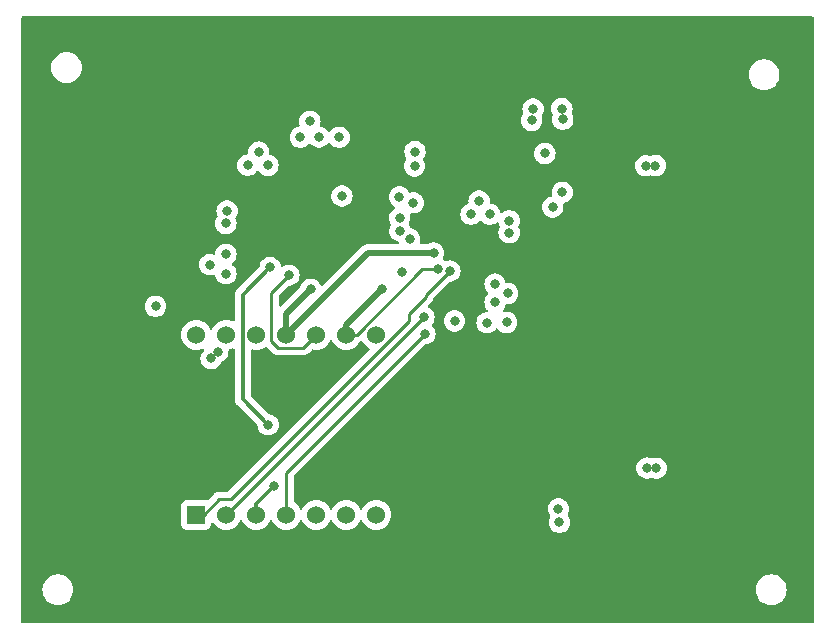
<source format=gbr>
%TF.GenerationSoftware,KiCad,Pcbnew,7.0.8*%
%TF.CreationDate,2024-08-05T22:26:54-04:00*%
%TF.ProjectId,wsg1.0,77736731-2e30-42e6-9b69-6361645f7063,rev?*%
%TF.SameCoordinates,Original*%
%TF.FileFunction,Copper,L3,Inr*%
%TF.FilePolarity,Positive*%
%FSLAX46Y46*%
G04 Gerber Fmt 4.6, Leading zero omitted, Abs format (unit mm)*
G04 Created by KiCad (PCBNEW 7.0.8) date 2024-08-05 22:26:54*
%MOMM*%
%LPD*%
G01*
G04 APERTURE LIST*
%TA.AperFunction,ComponentPad*%
%ADD10R,1.530000X1.530000*%
%TD*%
%TA.AperFunction,ComponentPad*%
%ADD11C,1.530000*%
%TD*%
%TA.AperFunction,ViaPad*%
%ADD12C,0.800000*%
%TD*%
%TA.AperFunction,Conductor*%
%ADD13C,0.250000*%
%TD*%
%TA.AperFunction,Conductor*%
%ADD14C,0.500000*%
%TD*%
%TA.AperFunction,Conductor*%
%ADD15C,0.350000*%
%TD*%
G04 APERTURE END LIST*
D10*
%TO.N,CS-DAC*%
%TO.C,U2*%
X96680000Y-135427500D03*
D11*
%TO.N,DacLoad*%
X99220000Y-135427500D03*
%TO.N,Ready*%
X101760000Y-135427500D03*
%TO.N,CS-ADC*%
X104300000Y-135427500D03*
%TO.N,3v3*%
X106840000Y-135427500D03*
X109380000Y-135427500D03*
X111920000Y-135427500D03*
X111920000Y-120187500D03*
%TO.N,SClk*%
X109380000Y-120187500D03*
%TO.N,MISO*%
X106840000Y-120187500D03*
%TO.N,MOSI*%
X104300000Y-120187500D03*
%TO.N,3v3*%
X101760000Y-120187500D03*
%TO.N,GND1*%
X99220000Y-120187500D03*
%TO.N,Net-(D8-K)*%
X96680000Y-120187500D03*
%TD*%
D12*
%TO.N,GND*%
X114760000Y-112070000D03*
X127640000Y-101030000D03*
X126870000Y-109370000D03*
X113890000Y-108520000D03*
X135550000Y-105860000D03*
X127720000Y-101940000D03*
X113910000Y-110280000D03*
X115210000Y-104680000D03*
X126200000Y-104830000D03*
X127350000Y-134920000D03*
X93240000Y-117770000D03*
X125090000Y-102040000D03*
X99190000Y-110750000D03*
X121310000Y-119165000D03*
X122960000Y-119130000D03*
X123180000Y-111530000D03*
X127680000Y-108120000D03*
X134840000Y-131470000D03*
X135640000Y-131480000D03*
X127440000Y-136060000D03*
X108795000Y-103465000D03*
X125210000Y-101070000D03*
X123180000Y-110530000D03*
X134740000Y-105880000D03*
X115070000Y-109010000D03*
X115180000Y-105890000D03*
X99295000Y-109695000D03*
X109020000Y-108430000D03*
%TO.N,5.5V*%
X120810000Y-122965000D03*
X115090000Y-107460000D03*
X121300000Y-105470000D03*
X125317500Y-112455000D03*
X121630000Y-103600000D03*
X96710000Y-116202500D03*
X120130000Y-105460000D03*
X121690000Y-122975000D03*
X122470000Y-104440000D03*
X125160000Y-133980000D03*
X95800000Y-108780000D03*
X122720000Y-105460000D03*
%TO.N,GND1*%
X97840000Y-114240000D03*
X105500000Y-103465000D03*
X121980000Y-115890000D03*
X99200000Y-115010000D03*
X123040000Y-116680000D03*
X101980000Y-104720000D03*
X98510000Y-121600000D03*
X121980000Y-117430000D03*
X113930000Y-111390500D03*
X106310000Y-102120000D03*
X118560000Y-119010000D03*
X121537500Y-109985000D03*
X120637500Y-108845000D03*
X102750000Y-105840000D03*
X101040000Y-105830000D03*
X107070000Y-103455000D03*
X119947500Y-109985000D03*
X97950000Y-122190000D03*
X99200000Y-113360000D03*
%TO.N,CS-DAC*%
X118173530Y-114795387D03*
%TO.N,SClk*%
X112430000Y-116325000D03*
X117190565Y-114614319D03*
%TO.N,MOSI*%
X106380000Y-116325000D03*
X116784400Y-113265600D03*
%TO.N,DacLoad*%
X115973395Y-118693395D03*
%TO.N,Ready*%
X102770000Y-127800000D03*
X103310000Y-132990000D03*
X102940000Y-114485000D03*
%TO.N,MISO*%
X104540000Y-115140000D03*
%TO.N,CS-ADC*%
X114100000Y-114890000D03*
X116050000Y-120100000D03*
%TD*%
D13*
%TO.N,CS-DAC*%
X114720000Y-119020000D02*
X99660000Y-134080000D01*
X116150000Y-116818917D02*
X116150000Y-117000000D01*
X98650000Y-134080000D02*
X97302500Y-135427500D01*
X116150000Y-117000000D02*
X114720000Y-118430000D01*
X97302500Y-135427500D02*
X96680000Y-135427500D01*
X114720000Y-118430000D02*
X114720000Y-119020000D01*
X99660000Y-134080000D02*
X98650000Y-134080000D01*
X118173530Y-114795387D02*
X116150000Y-116818917D01*
%TO.N,SClk*%
X110262500Y-120187500D02*
X109380000Y-120187500D01*
X117190565Y-114614319D02*
X115835681Y-114614319D01*
D14*
X109380000Y-120187500D02*
X109380000Y-119375000D01*
X109380000Y-119375000D02*
X112430000Y-116325000D01*
D13*
X115835681Y-114614319D02*
X110262500Y-120187500D01*
D14*
%TO.N,MOSI*%
X104300000Y-120187500D02*
X104300000Y-118405000D01*
X104300000Y-118405000D02*
X106380000Y-116325000D01*
X111221900Y-113265600D02*
X116784400Y-113265600D01*
X104300000Y-120187500D02*
X111221900Y-113265600D01*
D13*
%TO.N,DacLoad*%
X115973395Y-118693395D02*
X115954105Y-118693395D01*
X115954105Y-118693395D02*
X99220000Y-135427500D01*
D15*
%TO.N,Ready*%
X101760000Y-134540000D02*
X103310000Y-132990000D01*
X100620000Y-116805000D02*
X102940000Y-114485000D01*
X102770000Y-127800000D02*
X100620000Y-125650000D01*
X101760000Y-135427500D02*
X101760000Y-134540000D01*
X100620000Y-125650000D02*
X100620000Y-116805000D01*
D13*
%TO.N,MISO*%
X103607500Y-121277500D02*
X103050000Y-120720000D01*
X106840000Y-120187500D02*
X105750000Y-121277500D01*
X105750000Y-121277500D02*
X103607500Y-121277500D01*
X103050000Y-120720000D02*
X103050000Y-116630000D01*
X103050000Y-116630000D02*
X104540000Y-115140000D01*
%TO.N,CS-ADC*%
X104300000Y-135427500D02*
X104300000Y-131850000D01*
X104300000Y-131850000D02*
X116050000Y-120100000D01*
%TD*%
%TA.AperFunction,Conductor*%
%TO.N,5.5V*%
G36*
X148902539Y-93240185D02*
G01*
X148948294Y-93292989D01*
X148959500Y-93344500D01*
X148959500Y-144485500D01*
X148939815Y-144552539D01*
X148887011Y-144598294D01*
X148835500Y-144609500D01*
X82004500Y-144609500D01*
X81937461Y-144589815D01*
X81891706Y-144537011D01*
X81880500Y-144485500D01*
X81880500Y-141770001D01*
X83664532Y-141770001D01*
X83684364Y-141996686D01*
X83684366Y-141996697D01*
X83743258Y-142216488D01*
X83743261Y-142216497D01*
X83839431Y-142422732D01*
X83839432Y-142422734D01*
X83969954Y-142609141D01*
X84130858Y-142770045D01*
X84130861Y-142770047D01*
X84317266Y-142900568D01*
X84523504Y-142996739D01*
X84743308Y-143055635D01*
X84913216Y-143070500D01*
X85026784Y-143070500D01*
X85196692Y-143055635D01*
X85416496Y-142996739D01*
X85622734Y-142900568D01*
X85809139Y-142770047D01*
X85970047Y-142609139D01*
X86100568Y-142422734D01*
X86196739Y-142216496D01*
X86255635Y-141996692D01*
X86275468Y-141770001D01*
X144064532Y-141770001D01*
X144084364Y-141996686D01*
X144084366Y-141996697D01*
X144143258Y-142216488D01*
X144143261Y-142216497D01*
X144239431Y-142422732D01*
X144239432Y-142422734D01*
X144369954Y-142609141D01*
X144530858Y-142770045D01*
X144530861Y-142770047D01*
X144717266Y-142900568D01*
X144923504Y-142996739D01*
X145143308Y-143055635D01*
X145313216Y-143070500D01*
X145426784Y-143070500D01*
X145596692Y-143055635D01*
X145816496Y-142996739D01*
X146022734Y-142900568D01*
X146209139Y-142770047D01*
X146370047Y-142609139D01*
X146500568Y-142422734D01*
X146596739Y-142216496D01*
X146655635Y-141996692D01*
X146675468Y-141770000D01*
X146655635Y-141543308D01*
X146596739Y-141323504D01*
X146500568Y-141117266D01*
X146370047Y-140930861D01*
X146370045Y-140930858D01*
X146209141Y-140769954D01*
X146022734Y-140639432D01*
X146022732Y-140639431D01*
X145816497Y-140543261D01*
X145816488Y-140543258D01*
X145596697Y-140484366D01*
X145596687Y-140484364D01*
X145426784Y-140469500D01*
X145313216Y-140469500D01*
X145143312Y-140484364D01*
X145143302Y-140484366D01*
X144923511Y-140543258D01*
X144923502Y-140543261D01*
X144717267Y-140639431D01*
X144717265Y-140639432D01*
X144530858Y-140769954D01*
X144369954Y-140930858D01*
X144239432Y-141117265D01*
X144239431Y-141117267D01*
X144143261Y-141323502D01*
X144143258Y-141323511D01*
X144084366Y-141543302D01*
X144084364Y-141543313D01*
X144064532Y-141769998D01*
X144064532Y-141770001D01*
X86275468Y-141770001D01*
X86275468Y-141770000D01*
X86255635Y-141543308D01*
X86196739Y-141323504D01*
X86100568Y-141117266D01*
X85970047Y-140930861D01*
X85970045Y-140930858D01*
X85809141Y-140769954D01*
X85622734Y-140639432D01*
X85622732Y-140639431D01*
X85416497Y-140543261D01*
X85416488Y-140543258D01*
X85196697Y-140484366D01*
X85196687Y-140484364D01*
X85026784Y-140469500D01*
X84913216Y-140469500D01*
X84743312Y-140484364D01*
X84743302Y-140484366D01*
X84523511Y-140543258D01*
X84523502Y-140543261D01*
X84317267Y-140639431D01*
X84317265Y-140639432D01*
X84130858Y-140769954D01*
X83969954Y-140930858D01*
X83839432Y-141117265D01*
X83839431Y-141117267D01*
X83743261Y-141323502D01*
X83743258Y-141323511D01*
X83684366Y-141543302D01*
X83684364Y-141543313D01*
X83664532Y-141769998D01*
X83664532Y-141770001D01*
X81880500Y-141770001D01*
X81880500Y-120187501D01*
X95409666Y-120187501D01*
X95428964Y-120408085D01*
X95428965Y-120408092D01*
X95486275Y-120621975D01*
X95486279Y-120621986D01*
X95548470Y-120755355D01*
X95579858Y-120822667D01*
X95706868Y-121004055D01*
X95863445Y-121160632D01*
X96044833Y-121287642D01*
X96109403Y-121317751D01*
X96245513Y-121381220D01*
X96245515Y-121381220D01*
X96245520Y-121381223D01*
X96459409Y-121438535D01*
X96616974Y-121452320D01*
X96679998Y-121457834D01*
X96680000Y-121457834D01*
X96680002Y-121457834D01*
X96735147Y-121453009D01*
X96900591Y-121438535D01*
X97114480Y-121381223D01*
X97168868Y-121355861D01*
X97237943Y-121345370D01*
X97301727Y-121373890D01*
X97339967Y-121432366D01*
X97340522Y-121502234D01*
X97313421Y-121551216D01*
X97217466Y-121657785D01*
X97122821Y-121821715D01*
X97122818Y-121821722D01*
X97064327Y-122001740D01*
X97064326Y-122001744D01*
X97044540Y-122190000D01*
X97064326Y-122378256D01*
X97064327Y-122378259D01*
X97122818Y-122558277D01*
X97122820Y-122558281D01*
X97122821Y-122558284D01*
X97217467Y-122722216D01*
X97344129Y-122862888D01*
X97497265Y-122974148D01*
X97497270Y-122974151D01*
X97670192Y-123051142D01*
X97670197Y-123051144D01*
X97855354Y-123090500D01*
X97855355Y-123090500D01*
X98044644Y-123090500D01*
X98044646Y-123090500D01*
X98229803Y-123051144D01*
X98402730Y-122974151D01*
X98555871Y-122862888D01*
X98682533Y-122722216D01*
X98777179Y-122558284D01*
X98794885Y-122503789D01*
X98834320Y-122446117D01*
X98862375Y-122428831D01*
X98962730Y-122384151D01*
X99115871Y-122272888D01*
X99242533Y-122132216D01*
X99337179Y-121968284D01*
X99395674Y-121788256D01*
X99415460Y-121600000D01*
X99410712Y-121554830D01*
X99423281Y-121486104D01*
X99471013Y-121435080D01*
X99501937Y-121422097D01*
X99654480Y-121381223D01*
X99768098Y-121328242D01*
X99837173Y-121317751D01*
X99900957Y-121346271D01*
X99939196Y-121404747D01*
X99944500Y-121440625D01*
X99944500Y-125627722D01*
X99944387Y-125631466D01*
X99940781Y-125691082D01*
X99940781Y-125691085D01*
X99951545Y-125749828D01*
X99952108Y-125753529D01*
X99959311Y-125812845D01*
X99962637Y-125821614D01*
X99968661Y-125843223D01*
X99970350Y-125852440D01*
X99994863Y-125906907D01*
X99996296Y-125910366D01*
X100017481Y-125966224D01*
X100017481Y-125966225D01*
X100022805Y-125973938D01*
X100033824Y-125993476D01*
X100037671Y-126002023D01*
X100037672Y-126002025D01*
X100074515Y-126049051D01*
X100076730Y-126052061D01*
X100110668Y-126101229D01*
X100155392Y-126140851D01*
X100158084Y-126143385D01*
X101030547Y-127015848D01*
X101839343Y-127824644D01*
X101872828Y-127885967D01*
X101874983Y-127899363D01*
X101884326Y-127988257D01*
X101884327Y-127988260D01*
X101942818Y-128168277D01*
X101942821Y-128168284D01*
X102037467Y-128332216D01*
X102164129Y-128472888D01*
X102317265Y-128584148D01*
X102317270Y-128584151D01*
X102490192Y-128661142D01*
X102490197Y-128661144D01*
X102675354Y-128700500D01*
X102675355Y-128700500D01*
X102864644Y-128700500D01*
X102864646Y-128700500D01*
X103049803Y-128661144D01*
X103222730Y-128584151D01*
X103375871Y-128472888D01*
X103502533Y-128332216D01*
X103597179Y-128168284D01*
X103655674Y-127988256D01*
X103675460Y-127800000D01*
X103655674Y-127611744D01*
X103597179Y-127431716D01*
X103502533Y-127267784D01*
X103375871Y-127127112D01*
X103375870Y-127127111D01*
X103222734Y-127015851D01*
X103222729Y-127015848D01*
X103049807Y-126938857D01*
X103049802Y-126938855D01*
X102864639Y-126899498D01*
X102863776Y-126899408D01*
X102863310Y-126899216D01*
X102858289Y-126898149D01*
X102858484Y-126897230D01*
X102799165Y-126872817D01*
X102789071Y-126863770D01*
X101331819Y-125406518D01*
X101298334Y-125345195D01*
X101295500Y-125318837D01*
X101295500Y-121534779D01*
X101315185Y-121467740D01*
X101367989Y-121421985D01*
X101437147Y-121412041D01*
X101451581Y-121415001D01*
X101539409Y-121438535D01*
X101696974Y-121452320D01*
X101759998Y-121457834D01*
X101760000Y-121457834D01*
X101760002Y-121457834D01*
X101815147Y-121453009D01*
X101980591Y-121438535D01*
X102194480Y-121381223D01*
X102395167Y-121287642D01*
X102508667Y-121208167D01*
X102574871Y-121185840D01*
X102642639Y-121202849D01*
X102667470Y-121222060D01*
X102887593Y-121442184D01*
X103106697Y-121661288D01*
X103116522Y-121673551D01*
X103116743Y-121673369D01*
X103121714Y-121679378D01*
X103142543Y-121698937D01*
X103172135Y-121726726D01*
X103193029Y-121747620D01*
X103198511Y-121751873D01*
X103202943Y-121755657D01*
X103236918Y-121787562D01*
X103254476Y-121797214D01*
X103270733Y-121807893D01*
X103286564Y-121820173D01*
X103306237Y-121828686D01*
X103329333Y-121838682D01*
X103334577Y-121841250D01*
X103375408Y-121863697D01*
X103388023Y-121866935D01*
X103394805Y-121868677D01*
X103413219Y-121874981D01*
X103431604Y-121882938D01*
X103477657Y-121890232D01*
X103483326Y-121891406D01*
X103528481Y-121903000D01*
X103548516Y-121903000D01*
X103567913Y-121904526D01*
X103587696Y-121907660D01*
X103634084Y-121903275D01*
X103639922Y-121903000D01*
X105667257Y-121903000D01*
X105682877Y-121904724D01*
X105682904Y-121904439D01*
X105690660Y-121905171D01*
X105690667Y-121905173D01*
X105759814Y-121903000D01*
X105789350Y-121903000D01*
X105796228Y-121902130D01*
X105802041Y-121901672D01*
X105848627Y-121900209D01*
X105867869Y-121894617D01*
X105886912Y-121890674D01*
X105906792Y-121888164D01*
X105950122Y-121871007D01*
X105955646Y-121869117D01*
X105959396Y-121868027D01*
X106000390Y-121856118D01*
X106017629Y-121845922D01*
X106035103Y-121837362D01*
X106053727Y-121829988D01*
X106053727Y-121829987D01*
X106053732Y-121829986D01*
X106091449Y-121802582D01*
X106096305Y-121799392D01*
X106136420Y-121775670D01*
X106150589Y-121761499D01*
X106165379Y-121748868D01*
X106181587Y-121737094D01*
X106211299Y-121701176D01*
X106215212Y-121696876D01*
X106453755Y-121458333D01*
X106515076Y-121424850D01*
X106573527Y-121426241D01*
X106586334Y-121429672D01*
X106619409Y-121438535D01*
X106776974Y-121452320D01*
X106839998Y-121457834D01*
X106840000Y-121457834D01*
X106840002Y-121457834D01*
X106895147Y-121453009D01*
X107060591Y-121438535D01*
X107274480Y-121381223D01*
X107475167Y-121287642D01*
X107656555Y-121160632D01*
X107813132Y-121004055D01*
X107940142Y-120822667D01*
X107997618Y-120699407D01*
X108043790Y-120646968D01*
X108110983Y-120627816D01*
X108177864Y-120648031D01*
X108222381Y-120699407D01*
X108279858Y-120822667D01*
X108406868Y-121004055D01*
X108563445Y-121160632D01*
X108744833Y-121287642D01*
X108809403Y-121317751D01*
X108945513Y-121381220D01*
X108945515Y-121381220D01*
X108945520Y-121381223D01*
X109159409Y-121438535D01*
X109316974Y-121452320D01*
X109379998Y-121457834D01*
X109380000Y-121457834D01*
X109380002Y-121457834D01*
X109435147Y-121453009D01*
X109600591Y-121438535D01*
X109814480Y-121381223D01*
X110015167Y-121287642D01*
X110196555Y-121160632D01*
X110353132Y-121004055D01*
X110480142Y-120822667D01*
X110487076Y-120807795D01*
X110533244Y-120755355D01*
X110553818Y-120744901D01*
X110566228Y-120739988D01*
X110566229Y-120739987D01*
X110566232Y-120739986D01*
X110603949Y-120712582D01*
X110608805Y-120709392D01*
X110615130Y-120705652D01*
X110682852Y-120688473D01*
X110749114Y-120710634D01*
X110790628Y-120759983D01*
X110819858Y-120822667D01*
X110946868Y-121004055D01*
X111103445Y-121160632D01*
X111284833Y-121287642D01*
X111304031Y-121296594D01*
X111317290Y-121302777D01*
X111369730Y-121348949D01*
X111388882Y-121416142D01*
X111368666Y-121483024D01*
X111352567Y-121502840D01*
X99437228Y-133418181D01*
X99375905Y-133451666D01*
X99349547Y-133454500D01*
X98732743Y-133454500D01*
X98717122Y-133452775D01*
X98717095Y-133453061D01*
X98709333Y-133452326D01*
X98640172Y-133454500D01*
X98610649Y-133454500D01*
X98603778Y-133455367D01*
X98597959Y-133455825D01*
X98551374Y-133457289D01*
X98551368Y-133457290D01*
X98532126Y-133462880D01*
X98513087Y-133466823D01*
X98493217Y-133469334D01*
X98493203Y-133469337D01*
X98449883Y-133486488D01*
X98444358Y-133488380D01*
X98399613Y-133501380D01*
X98399610Y-133501381D01*
X98382366Y-133511579D01*
X98364905Y-133520133D01*
X98346274Y-133527510D01*
X98346262Y-133527517D01*
X98308570Y-133554902D01*
X98303687Y-133558109D01*
X98263580Y-133581829D01*
X98249414Y-133595995D01*
X98234624Y-133608627D01*
X98218414Y-133620404D01*
X98218411Y-133620407D01*
X98188710Y-133656309D01*
X98184777Y-133660631D01*
X97699522Y-134145885D01*
X97638199Y-134179370D01*
X97568508Y-134174386D01*
X97557656Y-134170338D01*
X97552481Y-134168408D01*
X97492883Y-134162001D01*
X97492881Y-134162000D01*
X97492873Y-134162000D01*
X97492864Y-134162000D01*
X95867129Y-134162000D01*
X95867123Y-134162001D01*
X95807516Y-134168408D01*
X95672671Y-134218702D01*
X95672664Y-134218706D01*
X95557455Y-134304952D01*
X95557452Y-134304955D01*
X95471206Y-134420164D01*
X95471202Y-134420171D01*
X95420908Y-134555017D01*
X95414501Y-134614616D01*
X95414500Y-134614635D01*
X95414500Y-136240370D01*
X95414501Y-136240376D01*
X95420908Y-136299983D01*
X95471202Y-136434828D01*
X95471206Y-136434835D01*
X95557452Y-136550044D01*
X95557455Y-136550047D01*
X95672664Y-136636293D01*
X95672671Y-136636297D01*
X95807517Y-136686591D01*
X95807516Y-136686591D01*
X95814444Y-136687335D01*
X95867127Y-136693000D01*
X97492872Y-136692999D01*
X97552483Y-136686591D01*
X97687331Y-136636296D01*
X97802546Y-136550046D01*
X97888796Y-136434831D01*
X97939091Y-136299983D01*
X97945500Y-136240373D01*
X97945499Y-136206934D01*
X97965182Y-136139898D01*
X98017984Y-136094142D01*
X98087143Y-136084197D01*
X98150699Y-136113220D01*
X98171073Y-136135811D01*
X98246862Y-136244047D01*
X98246868Y-136244055D01*
X98403445Y-136400632D01*
X98584833Y-136527642D01*
X98705572Y-136583943D01*
X98785513Y-136621220D01*
X98785515Y-136621220D01*
X98785520Y-136621223D01*
X98999409Y-136678535D01*
X99156974Y-136692320D01*
X99219998Y-136697834D01*
X99220000Y-136697834D01*
X99220002Y-136697834D01*
X99275276Y-136692998D01*
X99440591Y-136678535D01*
X99654480Y-136621223D01*
X99855167Y-136527642D01*
X100036555Y-136400632D01*
X100193132Y-136244055D01*
X100320142Y-136062667D01*
X100377618Y-135939407D01*
X100423790Y-135886968D01*
X100490983Y-135867816D01*
X100557864Y-135888031D01*
X100602381Y-135939407D01*
X100659858Y-136062667D01*
X100786868Y-136244055D01*
X100943445Y-136400632D01*
X101124833Y-136527642D01*
X101245572Y-136583943D01*
X101325513Y-136621220D01*
X101325515Y-136621220D01*
X101325520Y-136621223D01*
X101539409Y-136678535D01*
X101696974Y-136692320D01*
X101759998Y-136697834D01*
X101760000Y-136697834D01*
X101760002Y-136697834D01*
X101815276Y-136692998D01*
X101980591Y-136678535D01*
X102194480Y-136621223D01*
X102395167Y-136527642D01*
X102576555Y-136400632D01*
X102733132Y-136244055D01*
X102860142Y-136062667D01*
X102917618Y-135939407D01*
X102963790Y-135886968D01*
X103030983Y-135867816D01*
X103097864Y-135888031D01*
X103142381Y-135939407D01*
X103199858Y-136062667D01*
X103326868Y-136244055D01*
X103483445Y-136400632D01*
X103664833Y-136527642D01*
X103785572Y-136583943D01*
X103865513Y-136621220D01*
X103865515Y-136621220D01*
X103865520Y-136621223D01*
X104079409Y-136678535D01*
X104236974Y-136692320D01*
X104299998Y-136697834D01*
X104300000Y-136697834D01*
X104300002Y-136697834D01*
X104355276Y-136692998D01*
X104520591Y-136678535D01*
X104734480Y-136621223D01*
X104935167Y-136527642D01*
X105116555Y-136400632D01*
X105273132Y-136244055D01*
X105400142Y-136062667D01*
X105457618Y-135939407D01*
X105503790Y-135886968D01*
X105570983Y-135867816D01*
X105637864Y-135888031D01*
X105682381Y-135939407D01*
X105739858Y-136062667D01*
X105866868Y-136244055D01*
X106023445Y-136400632D01*
X106204833Y-136527642D01*
X106325572Y-136583943D01*
X106405513Y-136621220D01*
X106405515Y-136621220D01*
X106405520Y-136621223D01*
X106619409Y-136678535D01*
X106776974Y-136692320D01*
X106839998Y-136697834D01*
X106840000Y-136697834D01*
X106840002Y-136697834D01*
X106895276Y-136692998D01*
X107060591Y-136678535D01*
X107274480Y-136621223D01*
X107475167Y-136527642D01*
X107656555Y-136400632D01*
X107813132Y-136244055D01*
X107940142Y-136062667D01*
X107997618Y-135939407D01*
X108043790Y-135886968D01*
X108110983Y-135867816D01*
X108177864Y-135888031D01*
X108222381Y-135939407D01*
X108279858Y-136062667D01*
X108406868Y-136244055D01*
X108563445Y-136400632D01*
X108744833Y-136527642D01*
X108865572Y-136583943D01*
X108945513Y-136621220D01*
X108945515Y-136621220D01*
X108945520Y-136621223D01*
X109159409Y-136678535D01*
X109316974Y-136692320D01*
X109379998Y-136697834D01*
X109380000Y-136697834D01*
X109380002Y-136697834D01*
X109435276Y-136692998D01*
X109600591Y-136678535D01*
X109814480Y-136621223D01*
X110015167Y-136527642D01*
X110196555Y-136400632D01*
X110353132Y-136244055D01*
X110480142Y-136062667D01*
X110537618Y-135939407D01*
X110583790Y-135886968D01*
X110650983Y-135867816D01*
X110717864Y-135888031D01*
X110762381Y-135939407D01*
X110819858Y-136062667D01*
X110946868Y-136244055D01*
X111103445Y-136400632D01*
X111284833Y-136527642D01*
X111405572Y-136583943D01*
X111485513Y-136621220D01*
X111485515Y-136621220D01*
X111485520Y-136621223D01*
X111699409Y-136678535D01*
X111856974Y-136692320D01*
X111919998Y-136697834D01*
X111920000Y-136697834D01*
X111920002Y-136697834D01*
X111975276Y-136692998D01*
X112140591Y-136678535D01*
X112354480Y-136621223D01*
X112555167Y-136527642D01*
X112736555Y-136400632D01*
X112893132Y-136244055D01*
X113020142Y-136062667D01*
X113113723Y-135861980D01*
X113171035Y-135648091D01*
X113190334Y-135427500D01*
X113171035Y-135206909D01*
X113113723Y-134993020D01*
X113101574Y-134966967D01*
X113079673Y-134920000D01*
X126444540Y-134920000D01*
X126464326Y-135108256D01*
X126464327Y-135108259D01*
X126522818Y-135288277D01*
X126522820Y-135288281D01*
X126522821Y-135288284D01*
X126617467Y-135452216D01*
X126638605Y-135475692D01*
X126668835Y-135538683D01*
X126660210Y-135608019D01*
X126653843Y-135620663D01*
X126612820Y-135691718D01*
X126612818Y-135691722D01*
X126555602Y-135867816D01*
X126554326Y-135871744D01*
X126534540Y-136060000D01*
X126554326Y-136248256D01*
X126554327Y-136248259D01*
X126612818Y-136428277D01*
X126612821Y-136428284D01*
X126707467Y-136592216D01*
X126792443Y-136686591D01*
X126834129Y-136732888D01*
X126987265Y-136844148D01*
X126987270Y-136844151D01*
X127160192Y-136921142D01*
X127160197Y-136921144D01*
X127345354Y-136960500D01*
X127345355Y-136960500D01*
X127534644Y-136960500D01*
X127534646Y-136960500D01*
X127719803Y-136921144D01*
X127892730Y-136844151D01*
X128045871Y-136732888D01*
X128172533Y-136592216D01*
X128267179Y-136428284D01*
X128325674Y-136248256D01*
X128345460Y-136060000D01*
X128325674Y-135871744D01*
X128267179Y-135691716D01*
X128172533Y-135527784D01*
X128151393Y-135504306D01*
X128121164Y-135441316D01*
X128129789Y-135371981D01*
X128136152Y-135359343D01*
X128177179Y-135288284D01*
X128235674Y-135108256D01*
X128255460Y-134920000D01*
X128235674Y-134731744D01*
X128177179Y-134551716D01*
X128082533Y-134387784D01*
X127955871Y-134247112D01*
X127937517Y-134233777D01*
X127802734Y-134135851D01*
X127802729Y-134135848D01*
X127629807Y-134058857D01*
X127629802Y-134058855D01*
X127484001Y-134027865D01*
X127444646Y-134019500D01*
X127255354Y-134019500D01*
X127222897Y-134026398D01*
X127070197Y-134058855D01*
X127070192Y-134058857D01*
X126897270Y-134135848D01*
X126897265Y-134135851D01*
X126744129Y-134247111D01*
X126617466Y-134387785D01*
X126522821Y-134551715D01*
X126522818Y-134551722D01*
X126464327Y-134731740D01*
X126464326Y-134731744D01*
X126444540Y-134920000D01*
X113079673Y-134920000D01*
X113020143Y-134792336D01*
X113020142Y-134792334D01*
X113020142Y-134792333D01*
X112893132Y-134610945D01*
X112736555Y-134454368D01*
X112555167Y-134327358D01*
X112555163Y-134327356D01*
X112354486Y-134233779D01*
X112354475Y-134233775D01*
X112140592Y-134176465D01*
X112140585Y-134176464D01*
X111920002Y-134157166D01*
X111919998Y-134157166D01*
X111699414Y-134176464D01*
X111699407Y-134176465D01*
X111485524Y-134233775D01*
X111485513Y-134233779D01*
X111284836Y-134327356D01*
X111284834Y-134327357D01*
X111103444Y-134454368D01*
X110946868Y-134610944D01*
X110819857Y-134792334D01*
X110819856Y-134792336D01*
X110762382Y-134915591D01*
X110716210Y-134968031D01*
X110649017Y-134987183D01*
X110582135Y-134966967D01*
X110537618Y-134915591D01*
X110480143Y-134792336D01*
X110480142Y-134792334D01*
X110480142Y-134792333D01*
X110353132Y-134610945D01*
X110196555Y-134454368D01*
X110015167Y-134327358D01*
X110015163Y-134327356D01*
X109814486Y-134233779D01*
X109814475Y-134233775D01*
X109600592Y-134176465D01*
X109600585Y-134176464D01*
X109380002Y-134157166D01*
X109379998Y-134157166D01*
X109159414Y-134176464D01*
X109159407Y-134176465D01*
X108945524Y-134233775D01*
X108945513Y-134233779D01*
X108744836Y-134327356D01*
X108744834Y-134327357D01*
X108563444Y-134454368D01*
X108406868Y-134610944D01*
X108279857Y-134792334D01*
X108279856Y-134792336D01*
X108222382Y-134915591D01*
X108176210Y-134968031D01*
X108109017Y-134987183D01*
X108042135Y-134966967D01*
X107997618Y-134915591D01*
X107940143Y-134792336D01*
X107940142Y-134792334D01*
X107940142Y-134792333D01*
X107813132Y-134610945D01*
X107656555Y-134454368D01*
X107475167Y-134327358D01*
X107475163Y-134327356D01*
X107274486Y-134233779D01*
X107274475Y-134233775D01*
X107060592Y-134176465D01*
X107060585Y-134176464D01*
X106840002Y-134157166D01*
X106839998Y-134157166D01*
X106619414Y-134176464D01*
X106619407Y-134176465D01*
X106405524Y-134233775D01*
X106405513Y-134233779D01*
X106204836Y-134327356D01*
X106204834Y-134327357D01*
X106023444Y-134454368D01*
X105866868Y-134610944D01*
X105739857Y-134792334D01*
X105739856Y-134792336D01*
X105682382Y-134915591D01*
X105636210Y-134968031D01*
X105569017Y-134987183D01*
X105502135Y-134966967D01*
X105457618Y-134915591D01*
X105400143Y-134792336D01*
X105400142Y-134792334D01*
X105400142Y-134792333D01*
X105273132Y-134610945D01*
X105116555Y-134454368D01*
X105116550Y-134454364D01*
X105116547Y-134454362D01*
X104978376Y-134357612D01*
X104934751Y-134303035D01*
X104925500Y-134256038D01*
X104925500Y-132160452D01*
X104945185Y-132093413D01*
X104961819Y-132072771D01*
X105564590Y-131470000D01*
X133934540Y-131470000D01*
X133954326Y-131658256D01*
X133954327Y-131658259D01*
X134012818Y-131838277D01*
X134012821Y-131838284D01*
X134107467Y-132002216D01*
X134234129Y-132142888D01*
X134387265Y-132254148D01*
X134387270Y-132254151D01*
X134560192Y-132331142D01*
X134560197Y-132331144D01*
X134745354Y-132370500D01*
X134745355Y-132370500D01*
X134934644Y-132370500D01*
X134934646Y-132370500D01*
X135119803Y-132331144D01*
X135178333Y-132305083D01*
X135247581Y-132295798D01*
X135279205Y-132305084D01*
X135360192Y-132341142D01*
X135360197Y-132341144D01*
X135545354Y-132380500D01*
X135545355Y-132380500D01*
X135734644Y-132380500D01*
X135734646Y-132380500D01*
X135919803Y-132341144D01*
X136092730Y-132264151D01*
X136245871Y-132152888D01*
X136372533Y-132012216D01*
X136467179Y-131848284D01*
X136525674Y-131668256D01*
X136545460Y-131480000D01*
X136525674Y-131291744D01*
X136467179Y-131111716D01*
X136372533Y-130947784D01*
X136245871Y-130807112D01*
X136245870Y-130807111D01*
X136092734Y-130695851D01*
X136092729Y-130695848D01*
X135919807Y-130618857D01*
X135919802Y-130618855D01*
X135774001Y-130587865D01*
X135734646Y-130579500D01*
X135545354Y-130579500D01*
X135505999Y-130587865D01*
X135360198Y-130618855D01*
X135360197Y-130618855D01*
X135301665Y-130644916D01*
X135232415Y-130654200D01*
X135200797Y-130644917D01*
X135119803Y-130608856D01*
X135119801Y-130608855D01*
X135119802Y-130608855D01*
X134974001Y-130577865D01*
X134934646Y-130569500D01*
X134745354Y-130569500D01*
X134712897Y-130576398D01*
X134560197Y-130608855D01*
X134560192Y-130608857D01*
X134387270Y-130685848D01*
X134387265Y-130685851D01*
X134234129Y-130797111D01*
X134107466Y-130937785D01*
X134012821Y-131101715D01*
X134012818Y-131101722D01*
X133954327Y-131281740D01*
X133954326Y-131281744D01*
X133934540Y-131470000D01*
X105564590Y-131470000D01*
X115997772Y-121036819D01*
X116059095Y-121003334D01*
X116085453Y-121000500D01*
X116144644Y-121000500D01*
X116144646Y-121000500D01*
X116329803Y-120961144D01*
X116502730Y-120884151D01*
X116655871Y-120772888D01*
X116782533Y-120632216D01*
X116877179Y-120468284D01*
X116935674Y-120288256D01*
X116955460Y-120100000D01*
X116935674Y-119911744D01*
X116877179Y-119731716D01*
X116782533Y-119567784D01*
X116664890Y-119437129D01*
X116634661Y-119374139D01*
X116643286Y-119304804D01*
X116664889Y-119271188D01*
X116705928Y-119225611D01*
X116800574Y-119061679D01*
X116817366Y-119010000D01*
X117654540Y-119010000D01*
X117674326Y-119198256D01*
X117674327Y-119198259D01*
X117732818Y-119378277D01*
X117732821Y-119378284D01*
X117827467Y-119542216D01*
X117923227Y-119648568D01*
X117954129Y-119682888D01*
X118107265Y-119794148D01*
X118107270Y-119794151D01*
X118280192Y-119871142D01*
X118280197Y-119871144D01*
X118465354Y-119910500D01*
X118465355Y-119910500D01*
X118654644Y-119910500D01*
X118654646Y-119910500D01*
X118839803Y-119871144D01*
X119012730Y-119794151D01*
X119165871Y-119682888D01*
X119292533Y-119542216D01*
X119387179Y-119378284D01*
X119445674Y-119198256D01*
X119449169Y-119165000D01*
X120404540Y-119165000D01*
X120424326Y-119353256D01*
X120424327Y-119353259D01*
X120482818Y-119533277D01*
X120482821Y-119533284D01*
X120577467Y-119697216D01*
X120627717Y-119753024D01*
X120704129Y-119837888D01*
X120857265Y-119949148D01*
X120857270Y-119949151D01*
X121030192Y-120026142D01*
X121030197Y-120026144D01*
X121215354Y-120065500D01*
X121215355Y-120065500D01*
X121404644Y-120065500D01*
X121404646Y-120065500D01*
X121589803Y-120026144D01*
X121762730Y-119949151D01*
X121915871Y-119837888D01*
X122042533Y-119697216D01*
X122042534Y-119697212D01*
X122046355Y-119691956D01*
X122047677Y-119692916D01*
X122092307Y-119650346D01*
X122160911Y-119637109D01*
X122225781Y-119663064D01*
X122241299Y-119677578D01*
X122354129Y-119802888D01*
X122507265Y-119914148D01*
X122507270Y-119914151D01*
X122680192Y-119991142D01*
X122680197Y-119991144D01*
X122865354Y-120030500D01*
X122865355Y-120030500D01*
X123054644Y-120030500D01*
X123054646Y-120030500D01*
X123239803Y-119991144D01*
X123412730Y-119914151D01*
X123565871Y-119802888D01*
X123692533Y-119662216D01*
X123787179Y-119498284D01*
X123845674Y-119318256D01*
X123865460Y-119130000D01*
X123845674Y-118941744D01*
X123787179Y-118761716D01*
X123692533Y-118597784D01*
X123565871Y-118457112D01*
X123565143Y-118456583D01*
X123412734Y-118345851D01*
X123412729Y-118345848D01*
X123239807Y-118268857D01*
X123239802Y-118268855D01*
X123083862Y-118235710D01*
X123054646Y-118229500D01*
X122865354Y-118229500D01*
X122752028Y-118253588D01*
X122682361Y-118248271D01*
X122626628Y-118206133D01*
X122602523Y-118140553D01*
X122617700Y-118072352D01*
X122634093Y-118049331D01*
X122712533Y-117962216D01*
X122807179Y-117798284D01*
X122850102Y-117666182D01*
X122889540Y-117608506D01*
X122953898Y-117581308D01*
X122968033Y-117580500D01*
X123134644Y-117580500D01*
X123134646Y-117580500D01*
X123319803Y-117541144D01*
X123492730Y-117464151D01*
X123645871Y-117352888D01*
X123772533Y-117212216D01*
X123867179Y-117048284D01*
X123925674Y-116868256D01*
X123945460Y-116680000D01*
X123925674Y-116491744D01*
X123871112Y-116323823D01*
X123867181Y-116311722D01*
X123867180Y-116311721D01*
X123867179Y-116311716D01*
X123772533Y-116147784D01*
X123645871Y-116007112D01*
X123637654Y-116001142D01*
X123492734Y-115895851D01*
X123492729Y-115895848D01*
X123319807Y-115818857D01*
X123319802Y-115818855D01*
X123174001Y-115787865D01*
X123134646Y-115779500D01*
X122981029Y-115779500D01*
X122913990Y-115759815D01*
X122868235Y-115707011D01*
X122863102Y-115693828D01*
X122813839Y-115542214D01*
X122807181Y-115521721D01*
X122807178Y-115521715D01*
X122785560Y-115484271D01*
X122712533Y-115357784D01*
X122585871Y-115217112D01*
X122559922Y-115198259D01*
X122432734Y-115105851D01*
X122432729Y-115105848D01*
X122259807Y-115028857D01*
X122259802Y-115028855D01*
X122114001Y-114997865D01*
X122074646Y-114989500D01*
X121885354Y-114989500D01*
X121852897Y-114996398D01*
X121700197Y-115028855D01*
X121700192Y-115028857D01*
X121527270Y-115105848D01*
X121527265Y-115105851D01*
X121374129Y-115217111D01*
X121247466Y-115357785D01*
X121152821Y-115521715D01*
X121152818Y-115521722D01*
X121096901Y-115693818D01*
X121094326Y-115701744D01*
X121074540Y-115890000D01*
X121094326Y-116078256D01*
X121094327Y-116078259D01*
X121152818Y-116258277D01*
X121152821Y-116258284D01*
X121247467Y-116422216D01*
X121315690Y-116497985D01*
X121374129Y-116562888D01*
X121378958Y-116567236D01*
X121377118Y-116569278D01*
X121412385Y-116615018D01*
X121418360Y-116684632D01*
X121385751Y-116746425D01*
X121378728Y-116752509D01*
X121378958Y-116752764D01*
X121374129Y-116757111D01*
X121247466Y-116897785D01*
X121152821Y-117061715D01*
X121152818Y-117061722D01*
X121095612Y-117237785D01*
X121094326Y-117241744D01*
X121074540Y-117430000D01*
X121094326Y-117618256D01*
X121094327Y-117618259D01*
X121152818Y-117798277D01*
X121152821Y-117798284D01*
X121247464Y-117962212D01*
X121247465Y-117962214D01*
X121247467Y-117962216D01*
X121333288Y-118057530D01*
X121363517Y-118120519D01*
X121354892Y-118189854D01*
X121310151Y-118243520D01*
X121243498Y-118264478D01*
X121241137Y-118264500D01*
X121215354Y-118264500D01*
X121194856Y-118268857D01*
X121030197Y-118303855D01*
X121030192Y-118303857D01*
X120857270Y-118380848D01*
X120857265Y-118380851D01*
X120704129Y-118492111D01*
X120577466Y-118632785D01*
X120482821Y-118796715D01*
X120482818Y-118796722D01*
X120425810Y-118972177D01*
X120424326Y-118976744D01*
X120404540Y-119165000D01*
X119449169Y-119165000D01*
X119465460Y-119010000D01*
X119445674Y-118821744D01*
X119391112Y-118653823D01*
X119387181Y-118641722D01*
X119387180Y-118641721D01*
X119387179Y-118641716D01*
X119292533Y-118477784D01*
X119165871Y-118337112D01*
X119156801Y-118330522D01*
X119012734Y-118225851D01*
X119012729Y-118225848D01*
X118839807Y-118148857D01*
X118839802Y-118148855D01*
X118694001Y-118117865D01*
X118654646Y-118109500D01*
X118465354Y-118109500D01*
X118432897Y-118116398D01*
X118280197Y-118148855D01*
X118280192Y-118148857D01*
X118107270Y-118225848D01*
X118107265Y-118225851D01*
X117954129Y-118337111D01*
X117827466Y-118477785D01*
X117732821Y-118641715D01*
X117732818Y-118641722D01*
X117679552Y-118805659D01*
X117674326Y-118821744D01*
X117654540Y-119010000D01*
X116817366Y-119010000D01*
X116859069Y-118881651D01*
X116878855Y-118693395D01*
X116859069Y-118505139D01*
X116800574Y-118325111D01*
X116705928Y-118161179D01*
X116579266Y-118020507D01*
X116579265Y-118020506D01*
X116426129Y-117909246D01*
X116426127Y-117909245D01*
X116382826Y-117889966D01*
X116329590Y-117844715D01*
X116309269Y-117777866D01*
X116328315Y-117710643D01*
X116345576Y-117689012D01*
X116533787Y-117500802D01*
X116546042Y-117490986D01*
X116545859Y-117490764D01*
X116551866Y-117485792D01*
X116551877Y-117485786D01*
X116582775Y-117452882D01*
X116599227Y-117435364D01*
X116609671Y-117424918D01*
X116620120Y-117414471D01*
X116624379Y-117408978D01*
X116628152Y-117404561D01*
X116660062Y-117370582D01*
X116669713Y-117353024D01*
X116680396Y-117336761D01*
X116692673Y-117320936D01*
X116711185Y-117278153D01*
X116713738Y-117272941D01*
X116736197Y-117232092D01*
X116741180Y-117212680D01*
X116747481Y-117194280D01*
X116755437Y-117175896D01*
X116762729Y-117129852D01*
X116763906Y-117124171D01*
X116767413Y-117110510D01*
X116799834Y-117053672D01*
X118121301Y-115732206D01*
X118182624Y-115698721D01*
X118208982Y-115695887D01*
X118268174Y-115695887D01*
X118268176Y-115695887D01*
X118453333Y-115656531D01*
X118626260Y-115579538D01*
X118779401Y-115468275D01*
X118906063Y-115327603D01*
X119000709Y-115163671D01*
X119059204Y-114983643D01*
X119078990Y-114795387D01*
X119059204Y-114607131D01*
X119000709Y-114427103D01*
X118906063Y-114263171D01*
X118779401Y-114122499D01*
X118771450Y-114116722D01*
X118626264Y-114011238D01*
X118626259Y-114011235D01*
X118453337Y-113934244D01*
X118453332Y-113934242D01*
X118307531Y-113903252D01*
X118268176Y-113894887D01*
X118078884Y-113894887D01*
X118039529Y-113903252D01*
X117893728Y-113934242D01*
X117893718Y-113934245D01*
X117892658Y-113934718D01*
X117891990Y-113934807D01*
X117887544Y-113936252D01*
X117887279Y-113935438D01*
X117823407Y-113943995D01*
X117769350Y-113921751D01*
X117643296Y-113830168D01*
X117641903Y-113829364D01*
X117641257Y-113828687D01*
X117638038Y-113826348D01*
X117638465Y-113825759D01*
X117593686Y-113778798D01*
X117580462Y-113710191D01*
X117596513Y-113659978D01*
X117611579Y-113633884D01*
X117670074Y-113453856D01*
X117689860Y-113265600D01*
X117670074Y-113077344D01*
X117611579Y-112897316D01*
X117516933Y-112733384D01*
X117390271Y-112592712D01*
X117390270Y-112592711D01*
X117237134Y-112481451D01*
X117237129Y-112481448D01*
X117064207Y-112404457D01*
X117064202Y-112404455D01*
X116918344Y-112373453D01*
X116879046Y-112365100D01*
X116689754Y-112365100D01*
X116657297Y-112371998D01*
X116504597Y-112404455D01*
X116504592Y-112404457D01*
X116331670Y-112481448D01*
X116331665Y-112481451D01*
X116317948Y-112491418D01*
X116252142Y-112514898D01*
X116245063Y-112515100D01*
X115732892Y-112515100D01*
X115665853Y-112495415D01*
X115620098Y-112442611D01*
X115610154Y-112373453D01*
X115614961Y-112352782D01*
X115625640Y-112319911D01*
X115645674Y-112258256D01*
X115665460Y-112070000D01*
X115645674Y-111881744D01*
X115587179Y-111701716D01*
X115492533Y-111537784D01*
X115365871Y-111397112D01*
X115365870Y-111397111D01*
X115212734Y-111285851D01*
X115212729Y-111285848D01*
X115039807Y-111208857D01*
X115039802Y-111208855D01*
X114871381Y-111173057D01*
X114809899Y-111139865D01*
X114779231Y-111090085D01*
X114757181Y-111022221D01*
X114757179Y-111022218D01*
X114757179Y-111022216D01*
X114675030Y-110879929D01*
X114658557Y-110812028D01*
X114675030Y-110755929D01*
X114682492Y-110743005D01*
X114737179Y-110648284D01*
X114795674Y-110468256D01*
X114815460Y-110280000D01*
X114795674Y-110091744D01*
X114785454Y-110060290D01*
X114783459Y-109990449D01*
X114786745Y-109985000D01*
X119042040Y-109985000D01*
X119061826Y-110173256D01*
X119061827Y-110173259D01*
X119120318Y-110353277D01*
X119120321Y-110353284D01*
X119214967Y-110517216D01*
X119341303Y-110657526D01*
X119341629Y-110657888D01*
X119494765Y-110769148D01*
X119494770Y-110769151D01*
X119667692Y-110846142D01*
X119667697Y-110846144D01*
X119852854Y-110885500D01*
X119852855Y-110885500D01*
X120042144Y-110885500D01*
X120042146Y-110885500D01*
X120227303Y-110846144D01*
X120400230Y-110769151D01*
X120553371Y-110657888D01*
X120650350Y-110550181D01*
X120709837Y-110513533D01*
X120779694Y-110514864D01*
X120834649Y-110550181D01*
X120931303Y-110657526D01*
X120931629Y-110657888D01*
X121084765Y-110769148D01*
X121084770Y-110769151D01*
X121257692Y-110846142D01*
X121257697Y-110846144D01*
X121442854Y-110885500D01*
X121442855Y-110885500D01*
X121632144Y-110885500D01*
X121632146Y-110885500D01*
X121817303Y-110846144D01*
X121990230Y-110769151D01*
X122111553Y-110681004D01*
X122177357Y-110657526D01*
X122245410Y-110673351D01*
X122294105Y-110723457D01*
X122302367Y-110743005D01*
X122352819Y-110898280D01*
X122352820Y-110898281D01*
X122352821Y-110898284D01*
X122393071Y-110967999D01*
X122393072Y-110968001D01*
X122409543Y-111035901D01*
X122393072Y-111091999D01*
X122352820Y-111161718D01*
X122352818Y-111161722D01*
X122294327Y-111341740D01*
X122294326Y-111341744D01*
X122274540Y-111530000D01*
X122294326Y-111718256D01*
X122294327Y-111718259D01*
X122352818Y-111898277D01*
X122352821Y-111898284D01*
X122447467Y-112062216D01*
X122548702Y-112174648D01*
X122574129Y-112202888D01*
X122727265Y-112314148D01*
X122727270Y-112314151D01*
X122900192Y-112391142D01*
X122900197Y-112391144D01*
X123085354Y-112430500D01*
X123085355Y-112430500D01*
X123274644Y-112430500D01*
X123274646Y-112430500D01*
X123459803Y-112391144D01*
X123632730Y-112314151D01*
X123785871Y-112202888D01*
X123912533Y-112062216D01*
X124007179Y-111898284D01*
X124065674Y-111718256D01*
X124085460Y-111530000D01*
X124065674Y-111341744D01*
X124007179Y-111161716D01*
X123966927Y-111091999D01*
X123950454Y-111024101D01*
X123966927Y-110968001D01*
X124007179Y-110898284D01*
X124065674Y-110718256D01*
X124085460Y-110530000D01*
X124065674Y-110341744D01*
X124007179Y-110161716D01*
X123912533Y-109997784D01*
X123785871Y-109857112D01*
X123785870Y-109857111D01*
X123632734Y-109745851D01*
X123632729Y-109745848D01*
X123459807Y-109668857D01*
X123459802Y-109668855D01*
X123314001Y-109637865D01*
X123274646Y-109629500D01*
X123085354Y-109629500D01*
X123052897Y-109636398D01*
X122900197Y-109668855D01*
X122900192Y-109668857D01*
X122727270Y-109745848D01*
X122727265Y-109745851D01*
X122605948Y-109833993D01*
X122540141Y-109857473D01*
X122472088Y-109841647D01*
X122423393Y-109791541D01*
X122415132Y-109771993D01*
X122364681Y-109616722D01*
X122364680Y-109616721D01*
X122364679Y-109616716D01*
X122270033Y-109452784D01*
X122195494Y-109370000D01*
X125964540Y-109370000D01*
X125984326Y-109558256D01*
X125984327Y-109558259D01*
X126042818Y-109738277D01*
X126042821Y-109738284D01*
X126137467Y-109902216D01*
X126216913Y-109990449D01*
X126264129Y-110042888D01*
X126417265Y-110154148D01*
X126417270Y-110154151D01*
X126590192Y-110231142D01*
X126590197Y-110231144D01*
X126775354Y-110270500D01*
X126775355Y-110270500D01*
X126964644Y-110270500D01*
X126964646Y-110270500D01*
X127149803Y-110231144D01*
X127322730Y-110154151D01*
X127475871Y-110042888D01*
X127602533Y-109902216D01*
X127697179Y-109738284D01*
X127755674Y-109558256D01*
X127775460Y-109370000D01*
X127755674Y-109181744D01*
X127750448Y-109165663D01*
X127748453Y-109095824D01*
X127784533Y-109035991D01*
X127842600Y-109006056D01*
X127862990Y-109001722D01*
X127959803Y-108981144D01*
X128132730Y-108904151D01*
X128285871Y-108792888D01*
X128412533Y-108652216D01*
X128507179Y-108488284D01*
X128565674Y-108308256D01*
X128585460Y-108120000D01*
X128565674Y-107931744D01*
X128507179Y-107751716D01*
X128412533Y-107587784D01*
X128285871Y-107447112D01*
X128285870Y-107447111D01*
X128132734Y-107335851D01*
X128132729Y-107335848D01*
X127959807Y-107258857D01*
X127959802Y-107258855D01*
X127814001Y-107227865D01*
X127774646Y-107219500D01*
X127585354Y-107219500D01*
X127552897Y-107226398D01*
X127400197Y-107258855D01*
X127400192Y-107258857D01*
X127227270Y-107335848D01*
X127227265Y-107335851D01*
X127074129Y-107447111D01*
X126947466Y-107587785D01*
X126852821Y-107751715D01*
X126852818Y-107751722D01*
X126805360Y-107897784D01*
X126794326Y-107931744D01*
X126788436Y-107987785D01*
X126774540Y-108120000D01*
X126794326Y-108308258D01*
X126799551Y-108324337D01*
X126801545Y-108394178D01*
X126765463Y-108454010D01*
X126707401Y-108483943D01*
X126590196Y-108508856D01*
X126590192Y-108508857D01*
X126417270Y-108585848D01*
X126417265Y-108585851D01*
X126264129Y-108697111D01*
X126137466Y-108837785D01*
X126042821Y-109001715D01*
X126042818Y-109001722D01*
X125990486Y-109162785D01*
X125984326Y-109181744D01*
X125964540Y-109370000D01*
X122195494Y-109370000D01*
X122143371Y-109312112D01*
X122114511Y-109291144D01*
X121990234Y-109200851D01*
X121990229Y-109200848D01*
X121817307Y-109123857D01*
X121817302Y-109123855D01*
X121677460Y-109094131D01*
X121632146Y-109084500D01*
X121632145Y-109084500D01*
X121629496Y-109083937D01*
X121568014Y-109050745D01*
X121534238Y-108989582D01*
X121531956Y-108949693D01*
X121542960Y-108845000D01*
X121523174Y-108656744D01*
X121464679Y-108476716D01*
X121370033Y-108312784D01*
X121243371Y-108172112D01*
X121243370Y-108172111D01*
X121090234Y-108060851D01*
X121090229Y-108060848D01*
X120917307Y-107983857D01*
X120917302Y-107983855D01*
X120771501Y-107952865D01*
X120732146Y-107944500D01*
X120542854Y-107944500D01*
X120510397Y-107951398D01*
X120357697Y-107983855D01*
X120357692Y-107983857D01*
X120184770Y-108060848D01*
X120184765Y-108060851D01*
X120031629Y-108172111D01*
X119904966Y-108312785D01*
X119810321Y-108476715D01*
X119810318Y-108476722D01*
X119756709Y-108641715D01*
X119751826Y-108656744D01*
X119732040Y-108845000D01*
X119744359Y-108962214D01*
X119747760Y-108994568D01*
X119735190Y-109063298D01*
X119687458Y-109114321D01*
X119673392Y-109120668D01*
X119673634Y-109121212D01*
X119494770Y-109200848D01*
X119494765Y-109200851D01*
X119341629Y-109312111D01*
X119214966Y-109452785D01*
X119120321Y-109616715D01*
X119120318Y-109616722D01*
X119061827Y-109796740D01*
X119061826Y-109796744D01*
X119042040Y-109985000D01*
X114786745Y-109985000D01*
X114819539Y-109930616D01*
X114882240Y-109899788D01*
X114929163Y-109900681D01*
X114975354Y-109910500D01*
X114975356Y-109910500D01*
X115164644Y-109910500D01*
X115164646Y-109910500D01*
X115349803Y-109871144D01*
X115522730Y-109794151D01*
X115675871Y-109682888D01*
X115802533Y-109542216D01*
X115897179Y-109378284D01*
X115955674Y-109198256D01*
X115975460Y-109010000D01*
X115955674Y-108821744D01*
X115897179Y-108641716D01*
X115802533Y-108477784D01*
X115675871Y-108337112D01*
X115642388Y-108312785D01*
X115522734Y-108225851D01*
X115522729Y-108225848D01*
X115349807Y-108148857D01*
X115349802Y-108148855D01*
X115204001Y-108117865D01*
X115164646Y-108109500D01*
X114975354Y-108109500D01*
X114975352Y-108109500D01*
X114811811Y-108144261D01*
X114742144Y-108138945D01*
X114686411Y-108096807D01*
X114678644Y-108084971D01*
X114664716Y-108060848D01*
X114622533Y-107987784D01*
X114495871Y-107847112D01*
X114495870Y-107847111D01*
X114342734Y-107735851D01*
X114342729Y-107735848D01*
X114169807Y-107658857D01*
X114169802Y-107658855D01*
X114024001Y-107627865D01*
X113984646Y-107619500D01*
X113795354Y-107619500D01*
X113762897Y-107626398D01*
X113610197Y-107658855D01*
X113610192Y-107658857D01*
X113437270Y-107735848D01*
X113437265Y-107735851D01*
X113284129Y-107847111D01*
X113157466Y-107987785D01*
X113062821Y-108151715D01*
X113062818Y-108151722D01*
X113004327Y-108331740D01*
X113004326Y-108331744D01*
X112984540Y-108520000D01*
X113004326Y-108708256D01*
X113004327Y-108708259D01*
X113062818Y-108888277D01*
X113062821Y-108888284D01*
X113157467Y-109052216D01*
X113221973Y-109123857D01*
X113284129Y-109192888D01*
X113441118Y-109306947D01*
X113483784Y-109362277D01*
X113489763Y-109431890D01*
X113457157Y-109493685D01*
X113441119Y-109507583D01*
X113304127Y-109607113D01*
X113177466Y-109747785D01*
X113082821Y-109911715D01*
X113082818Y-109911722D01*
X113030613Y-110072395D01*
X113024326Y-110091744D01*
X113004540Y-110280000D01*
X113024326Y-110468256D01*
X113024327Y-110468259D01*
X113082818Y-110648277D01*
X113082820Y-110648281D01*
X113082821Y-110648284D01*
X113123221Y-110718259D01*
X113164970Y-110790571D01*
X113181442Y-110858471D01*
X113164970Y-110914569D01*
X113102820Y-111022218D01*
X113102818Y-111022222D01*
X113057492Y-111161722D01*
X113044326Y-111202244D01*
X113024540Y-111390500D01*
X113044326Y-111578756D01*
X113044327Y-111578759D01*
X113102818Y-111758777D01*
X113102821Y-111758784D01*
X113197467Y-111922716D01*
X113323072Y-112062214D01*
X113324129Y-112063388D01*
X113477265Y-112174648D01*
X113477270Y-112174651D01*
X113650192Y-112251642D01*
X113650197Y-112251644D01*
X113735662Y-112269810D01*
X113797144Y-112303002D01*
X113830920Y-112364165D01*
X113826268Y-112433880D01*
X113784663Y-112490012D01*
X113719316Y-112514741D01*
X113709881Y-112515100D01*
X111285605Y-112515100D01*
X111267635Y-112513791D01*
X111243872Y-112510310D01*
X111198433Y-112514286D01*
X111191831Y-112514864D01*
X111186430Y-112515100D01*
X111178189Y-112515100D01*
X111156479Y-112517637D01*
X111145624Y-112518906D01*
X111130319Y-112520245D01*
X111069099Y-112525601D01*
X111062032Y-112527060D01*
X111062020Y-112527004D01*
X111054663Y-112528635D01*
X111054677Y-112528692D01*
X111047643Y-112530359D01*
X110975475Y-112556625D01*
X110902575Y-112580781D01*
X110896026Y-112583836D01*
X110896001Y-112583783D01*
X110889208Y-112587071D01*
X110889234Y-112587123D01*
X110882780Y-112590364D01*
X110818608Y-112632571D01*
X110753247Y-112672885D01*
X110747583Y-112677365D01*
X110747547Y-112677319D01*
X110741698Y-112682084D01*
X110741735Y-112682128D01*
X110736210Y-112686764D01*
X110736204Y-112686769D01*
X110736204Y-112686770D01*
X110692225Y-112733384D01*
X110683497Y-112742635D01*
X107414572Y-116011559D01*
X107353249Y-116045044D01*
X107283557Y-116040060D01*
X107227624Y-115998188D01*
X107208960Y-115962197D01*
X107207180Y-115956719D01*
X107207179Y-115956718D01*
X107207179Y-115956716D01*
X107112533Y-115792784D01*
X106985871Y-115652112D01*
X106985870Y-115652111D01*
X106832734Y-115540851D01*
X106832729Y-115540848D01*
X106659807Y-115463857D01*
X106659802Y-115463855D01*
X106514001Y-115432865D01*
X106474646Y-115424500D01*
X106285354Y-115424500D01*
X106252897Y-115431398D01*
X106100197Y-115463855D01*
X106100192Y-115463857D01*
X105927270Y-115540848D01*
X105927265Y-115540851D01*
X105774129Y-115652111D01*
X105647466Y-115792785D01*
X105552821Y-115956715D01*
X105552819Y-115956719D01*
X105497479Y-116127039D01*
X105467229Y-116176401D01*
X103887181Y-117756450D01*
X103825858Y-117789935D01*
X103756166Y-117784951D01*
X103700233Y-117743079D01*
X103675816Y-117677615D01*
X103675500Y-117668769D01*
X103675500Y-116940452D01*
X103695185Y-116873413D01*
X103711819Y-116852771D01*
X104487772Y-116076819D01*
X104549095Y-116043334D01*
X104575453Y-116040500D01*
X104634644Y-116040500D01*
X104634646Y-116040500D01*
X104819803Y-116001144D01*
X104992730Y-115924151D01*
X105145871Y-115812888D01*
X105272533Y-115672216D01*
X105367179Y-115508284D01*
X105425674Y-115328256D01*
X105445460Y-115140000D01*
X105425674Y-114951744D01*
X105371112Y-114783823D01*
X105367181Y-114771722D01*
X105367180Y-114771721D01*
X105367179Y-114771716D01*
X105272533Y-114607784D01*
X105145871Y-114467112D01*
X105136568Y-114460353D01*
X104992734Y-114355851D01*
X104992729Y-114355848D01*
X104819807Y-114278857D01*
X104819802Y-114278855D01*
X104674001Y-114247865D01*
X104634646Y-114239500D01*
X104445354Y-114239500D01*
X104412897Y-114246398D01*
X104260197Y-114278855D01*
X104260192Y-114278857D01*
X104087271Y-114355848D01*
X104023759Y-114401992D01*
X103957952Y-114425471D01*
X103889898Y-114409645D01*
X103841204Y-114359539D01*
X103827554Y-114314637D01*
X103825674Y-114296744D01*
X103767179Y-114116716D01*
X103672533Y-113952784D01*
X103545871Y-113812112D01*
X103545870Y-113812111D01*
X103392734Y-113700851D01*
X103392729Y-113700848D01*
X103219807Y-113623857D01*
X103219802Y-113623855D01*
X103074001Y-113592865D01*
X103034646Y-113584500D01*
X102845354Y-113584500D01*
X102812897Y-113591398D01*
X102660197Y-113623855D01*
X102660192Y-113623857D01*
X102487270Y-113700848D01*
X102487265Y-113700851D01*
X102334129Y-113812111D01*
X102207466Y-113952785D01*
X102112821Y-114116715D01*
X102112818Y-114116722D01*
X102054327Y-114296739D01*
X102054327Y-114296740D01*
X102054326Y-114296744D01*
X102047910Y-114357785D01*
X102044983Y-114385635D01*
X102018398Y-114450249D01*
X102009343Y-114460353D01*
X100158100Y-116311597D01*
X100155373Y-116314164D01*
X100110670Y-116353769D01*
X100110667Y-116353772D01*
X100076736Y-116402928D01*
X100074517Y-116405943D01*
X100037674Y-116452970D01*
X100033824Y-116461525D01*
X100022808Y-116481056D01*
X100017484Y-116488770D01*
X100017481Y-116488774D01*
X99996301Y-116544618D01*
X99994869Y-116548075D01*
X99970350Y-116602560D01*
X99968661Y-116611777D01*
X99962639Y-116633381D01*
X99959311Y-116642156D01*
X99952108Y-116701470D01*
X99951545Y-116705171D01*
X99940781Y-116763909D01*
X99940781Y-116763915D01*
X99944387Y-116823533D01*
X99944500Y-116827277D01*
X99944500Y-118934374D01*
X99924815Y-119001413D01*
X99872011Y-119047168D01*
X99802853Y-119057112D01*
X99768096Y-119046756D01*
X99654486Y-118993779D01*
X99654475Y-118993775D01*
X99440592Y-118936465D01*
X99440585Y-118936464D01*
X99220002Y-118917166D01*
X99219998Y-118917166D01*
X98999414Y-118936464D01*
X98999407Y-118936465D01*
X98785524Y-118993775D01*
X98785513Y-118993779D01*
X98584836Y-119087356D01*
X98584834Y-119087357D01*
X98403444Y-119214368D01*
X98246868Y-119370944D01*
X98119857Y-119552334D01*
X98119856Y-119552336D01*
X98062382Y-119675591D01*
X98016210Y-119728031D01*
X97949017Y-119747183D01*
X97882135Y-119726967D01*
X97837618Y-119675591D01*
X97780143Y-119552336D01*
X97780142Y-119552334D01*
X97780142Y-119552333D01*
X97653132Y-119370945D01*
X97496555Y-119214368D01*
X97315167Y-119087358D01*
X97315163Y-119087356D01*
X97114486Y-118993779D01*
X97114475Y-118993775D01*
X96900592Y-118936465D01*
X96900585Y-118936464D01*
X96680002Y-118917166D01*
X96679998Y-118917166D01*
X96459414Y-118936464D01*
X96459407Y-118936465D01*
X96245524Y-118993775D01*
X96245513Y-118993779D01*
X96044836Y-119087356D01*
X96044834Y-119087357D01*
X95863444Y-119214368D01*
X95706868Y-119370944D01*
X95579857Y-119552334D01*
X95579856Y-119552336D01*
X95486279Y-119753013D01*
X95486275Y-119753024D01*
X95428965Y-119966907D01*
X95428964Y-119966914D01*
X95409666Y-120187498D01*
X95409666Y-120187501D01*
X81880500Y-120187501D01*
X81880500Y-117770000D01*
X92334540Y-117770000D01*
X92354326Y-117958256D01*
X92354327Y-117958259D01*
X92412818Y-118138277D01*
X92412821Y-118138284D01*
X92507467Y-118302216D01*
X92586882Y-118390415D01*
X92634129Y-118442888D01*
X92787265Y-118554148D01*
X92787270Y-118554151D01*
X92960192Y-118631142D01*
X92960197Y-118631144D01*
X93145354Y-118670500D01*
X93145355Y-118670500D01*
X93334644Y-118670500D01*
X93334646Y-118670500D01*
X93519803Y-118631144D01*
X93692730Y-118554151D01*
X93845871Y-118442888D01*
X93972533Y-118302216D01*
X94067179Y-118138284D01*
X94125674Y-117958256D01*
X94145460Y-117770000D01*
X94125674Y-117581744D01*
X94067179Y-117401716D01*
X93972533Y-117237784D01*
X93845871Y-117097112D01*
X93845870Y-117097111D01*
X93692734Y-116985851D01*
X93692729Y-116985848D01*
X93519807Y-116908857D01*
X93519802Y-116908855D01*
X93353055Y-116873413D01*
X93334646Y-116869500D01*
X93145354Y-116869500D01*
X93126945Y-116873413D01*
X92960197Y-116908855D01*
X92960192Y-116908857D01*
X92787270Y-116985848D01*
X92787265Y-116985851D01*
X92634129Y-117097111D01*
X92507466Y-117237785D01*
X92412821Y-117401715D01*
X92412818Y-117401722D01*
X92354327Y-117581740D01*
X92354326Y-117581744D01*
X92334540Y-117770000D01*
X81880500Y-117770000D01*
X81880500Y-114240000D01*
X96934540Y-114240000D01*
X96954326Y-114428256D01*
X96954327Y-114428259D01*
X97012818Y-114608277D01*
X97012821Y-114608284D01*
X97107467Y-114772216D01*
X97234129Y-114912888D01*
X97387265Y-115024148D01*
X97387270Y-115024151D01*
X97560192Y-115101142D01*
X97560197Y-115101144D01*
X97745354Y-115140500D01*
X97745355Y-115140500D01*
X97934644Y-115140500D01*
X97934646Y-115140500D01*
X98119803Y-115101144D01*
X98139961Y-115092169D01*
X98209210Y-115082882D01*
X98272488Y-115112509D01*
X98309702Y-115171643D01*
X98313719Y-115192483D01*
X98314325Y-115198253D01*
X98314326Y-115198257D01*
X98372818Y-115378277D01*
X98372821Y-115378284D01*
X98467467Y-115542216D01*
X98566417Y-115652111D01*
X98594129Y-115682888D01*
X98747265Y-115794148D01*
X98747270Y-115794151D01*
X98920192Y-115871142D01*
X98920197Y-115871144D01*
X99105354Y-115910500D01*
X99105355Y-115910500D01*
X99294644Y-115910500D01*
X99294646Y-115910500D01*
X99479803Y-115871144D01*
X99652730Y-115794151D01*
X99805871Y-115682888D01*
X99932533Y-115542216D01*
X100027179Y-115378284D01*
X100085674Y-115198256D01*
X100105460Y-115010000D01*
X100085674Y-114821744D01*
X100027179Y-114641716D01*
X99932533Y-114477784D01*
X99805871Y-114337112D01*
X99734579Y-114285316D01*
X99691916Y-114229989D01*
X99685937Y-114160375D01*
X99718542Y-114098580D01*
X99734572Y-114084688D01*
X99805871Y-114032888D01*
X99932533Y-113892216D01*
X100027179Y-113728284D01*
X100085674Y-113548256D01*
X100105460Y-113360000D01*
X100085674Y-113171744D01*
X100027179Y-112991716D01*
X99932533Y-112827784D01*
X99805871Y-112687112D01*
X99805870Y-112687111D01*
X99652734Y-112575851D01*
X99652729Y-112575848D01*
X99479807Y-112498857D01*
X99479802Y-112498855D01*
X99334001Y-112467865D01*
X99294646Y-112459500D01*
X99105354Y-112459500D01*
X99072897Y-112466398D01*
X98920197Y-112498855D01*
X98920192Y-112498857D01*
X98747270Y-112575848D01*
X98747265Y-112575851D01*
X98594129Y-112687111D01*
X98467466Y-112827785D01*
X98372821Y-112991715D01*
X98372818Y-112991722D01*
X98314327Y-113171740D01*
X98314326Y-113171744D01*
X98305393Y-113256736D01*
X98302675Y-113282597D01*
X98276090Y-113347212D01*
X98218792Y-113387196D01*
X98148973Y-113389856D01*
X98128916Y-113382913D01*
X98119807Y-113378857D01*
X98119802Y-113378855D01*
X97970928Y-113347212D01*
X97934646Y-113339500D01*
X97745354Y-113339500D01*
X97712897Y-113346398D01*
X97560197Y-113378855D01*
X97560192Y-113378857D01*
X97387270Y-113455848D01*
X97387265Y-113455851D01*
X97234129Y-113567111D01*
X97107466Y-113707785D01*
X97012821Y-113871715D01*
X97012818Y-113871722D01*
X96954611Y-114050866D01*
X96954326Y-114051744D01*
X96934540Y-114240000D01*
X81880500Y-114240000D01*
X81880500Y-110750000D01*
X98284540Y-110750000D01*
X98304326Y-110938256D01*
X98304327Y-110938259D01*
X98362818Y-111118277D01*
X98362821Y-111118284D01*
X98457467Y-111282216D01*
X98554967Y-111390500D01*
X98584129Y-111422888D01*
X98737265Y-111534148D01*
X98737270Y-111534151D01*
X98910192Y-111611142D01*
X98910197Y-111611144D01*
X99095354Y-111650500D01*
X99095355Y-111650500D01*
X99284644Y-111650500D01*
X99284646Y-111650500D01*
X99469803Y-111611144D01*
X99642730Y-111534151D01*
X99795871Y-111422888D01*
X99922533Y-111282216D01*
X100017179Y-111118284D01*
X100075674Y-110938256D01*
X100095460Y-110750000D01*
X100075674Y-110561744D01*
X100017179Y-110381716D01*
X100011918Y-110372605D01*
X99995446Y-110304706D01*
X100018299Y-110238679D01*
X100027159Y-110227630D01*
X100027533Y-110227216D01*
X100122179Y-110063284D01*
X100180674Y-109883256D01*
X100200460Y-109695000D01*
X100180674Y-109506744D01*
X100122179Y-109326716D01*
X100027533Y-109162784D01*
X99900871Y-109022112D01*
X99900870Y-109022111D01*
X99747734Y-108910851D01*
X99747729Y-108910848D01*
X99574807Y-108833857D01*
X99574802Y-108833855D01*
X99407448Y-108798284D01*
X99389646Y-108794500D01*
X99200354Y-108794500D01*
X99182552Y-108798284D01*
X99015197Y-108833855D01*
X99015192Y-108833857D01*
X98842270Y-108910848D01*
X98842265Y-108910851D01*
X98689129Y-109022111D01*
X98562466Y-109162785D01*
X98467821Y-109326715D01*
X98467818Y-109326722D01*
X98426858Y-109452785D01*
X98409326Y-109506744D01*
X98389540Y-109695000D01*
X98409326Y-109883256D01*
X98409327Y-109883259D01*
X98467818Y-110063277D01*
X98467822Y-110063286D01*
X98473081Y-110072395D01*
X98489552Y-110140296D01*
X98466699Y-110206322D01*
X98457846Y-110217362D01*
X98457470Y-110217778D01*
X98457465Y-110217785D01*
X98362821Y-110381715D01*
X98362818Y-110381722D01*
X98304327Y-110561740D01*
X98304326Y-110561744D01*
X98284540Y-110750000D01*
X81880500Y-110750000D01*
X81880500Y-108430000D01*
X108114540Y-108430000D01*
X108134326Y-108618256D01*
X108134327Y-108618259D01*
X108192818Y-108798277D01*
X108192821Y-108798284D01*
X108287467Y-108962216D01*
X108397572Y-109084500D01*
X108414129Y-109102888D01*
X108567265Y-109214148D01*
X108567270Y-109214151D01*
X108740192Y-109291142D01*
X108740197Y-109291144D01*
X108925354Y-109330500D01*
X108925355Y-109330500D01*
X109114644Y-109330500D01*
X109114646Y-109330500D01*
X109299803Y-109291144D01*
X109472730Y-109214151D01*
X109625871Y-109102888D01*
X109752533Y-108962216D01*
X109847179Y-108798284D01*
X109905674Y-108618256D01*
X109925460Y-108430000D01*
X109905674Y-108241744D01*
X109847179Y-108061716D01*
X109752533Y-107897784D01*
X109625871Y-107757112D01*
X109625870Y-107757111D01*
X109472734Y-107645851D01*
X109472729Y-107645848D01*
X109299807Y-107568857D01*
X109299802Y-107568855D01*
X109154001Y-107537865D01*
X109114646Y-107529500D01*
X108925354Y-107529500D01*
X108892897Y-107536398D01*
X108740197Y-107568855D01*
X108740192Y-107568857D01*
X108567270Y-107645848D01*
X108567265Y-107645851D01*
X108414129Y-107757111D01*
X108287466Y-107897785D01*
X108192821Y-108061715D01*
X108192818Y-108061722D01*
X108139490Y-108225851D01*
X108134326Y-108241744D01*
X108114540Y-108430000D01*
X81880500Y-108430000D01*
X81880500Y-105830000D01*
X100134540Y-105830000D01*
X100154326Y-106018256D01*
X100154327Y-106018259D01*
X100212818Y-106198277D01*
X100212821Y-106198284D01*
X100307467Y-106362216D01*
X100434129Y-106502888D01*
X100587265Y-106614148D01*
X100587270Y-106614151D01*
X100760192Y-106691142D01*
X100760197Y-106691144D01*
X100945354Y-106730500D01*
X100945355Y-106730500D01*
X101134644Y-106730500D01*
X101134646Y-106730500D01*
X101319803Y-106691144D01*
X101492730Y-106614151D01*
X101645871Y-106502888D01*
X101772533Y-106362216D01*
X101784726Y-106341097D01*
X101835292Y-106292882D01*
X101903899Y-106279658D01*
X101968764Y-106305626D01*
X101999500Y-106341097D01*
X102017466Y-106372214D01*
X102017465Y-106372214D01*
X102144129Y-106512888D01*
X102297265Y-106624148D01*
X102297270Y-106624151D01*
X102470192Y-106701142D01*
X102470197Y-106701144D01*
X102655354Y-106740500D01*
X102655355Y-106740500D01*
X102844644Y-106740500D01*
X102844646Y-106740500D01*
X103029803Y-106701144D01*
X103202730Y-106624151D01*
X103355871Y-106512888D01*
X103482533Y-106372216D01*
X103577179Y-106208284D01*
X103635674Y-106028256D01*
X103650205Y-105890000D01*
X114274540Y-105890000D01*
X114294326Y-106078256D01*
X114294327Y-106078259D01*
X114352818Y-106258277D01*
X114352821Y-106258284D01*
X114447467Y-106422216D01*
X114520105Y-106502888D01*
X114574129Y-106562888D01*
X114727265Y-106674148D01*
X114727270Y-106674151D01*
X114900192Y-106751142D01*
X114900197Y-106751144D01*
X115085354Y-106790500D01*
X115085355Y-106790500D01*
X115274644Y-106790500D01*
X115274646Y-106790500D01*
X115459803Y-106751144D01*
X115632730Y-106674151D01*
X115785871Y-106562888D01*
X115912533Y-106422216D01*
X116007179Y-106258284D01*
X116065674Y-106078256D01*
X116085460Y-105890000D01*
X116084409Y-105880000D01*
X133834540Y-105880000D01*
X133854326Y-106068256D01*
X133854327Y-106068259D01*
X133912818Y-106248277D01*
X133912821Y-106248284D01*
X134007467Y-106412216D01*
X134089109Y-106502888D01*
X134134129Y-106552888D01*
X134287265Y-106664148D01*
X134287270Y-106664151D01*
X134460192Y-106741142D01*
X134460197Y-106741144D01*
X134645354Y-106780500D01*
X134645355Y-106780500D01*
X134834644Y-106780500D01*
X134834646Y-106780500D01*
X135019803Y-106741144D01*
X135117024Y-106697857D01*
X135186272Y-106688572D01*
X135217895Y-106697858D01*
X135270192Y-106721142D01*
X135270197Y-106721144D01*
X135455354Y-106760500D01*
X135455355Y-106760500D01*
X135644644Y-106760500D01*
X135644646Y-106760500D01*
X135829803Y-106721144D01*
X136002730Y-106644151D01*
X136155871Y-106532888D01*
X136282533Y-106392216D01*
X136377179Y-106228284D01*
X136435674Y-106048256D01*
X136455460Y-105860000D01*
X136435674Y-105671744D01*
X136377179Y-105491716D01*
X136282533Y-105327784D01*
X136155871Y-105187112D01*
X136155870Y-105187111D01*
X136002734Y-105075851D01*
X136002729Y-105075848D01*
X135829807Y-104998857D01*
X135829802Y-104998855D01*
X135684001Y-104967865D01*
X135644646Y-104959500D01*
X135455354Y-104959500D01*
X135415999Y-104967865D01*
X135270198Y-104998855D01*
X135270197Y-104998855D01*
X135172974Y-105042142D01*
X135103724Y-105051426D01*
X135072103Y-105042141D01*
X135019808Y-105018857D01*
X135019802Y-105018855D01*
X134874001Y-104987865D01*
X134834646Y-104979500D01*
X134645354Y-104979500D01*
X134612897Y-104986398D01*
X134460197Y-105018855D01*
X134460192Y-105018857D01*
X134287270Y-105095848D01*
X134287265Y-105095851D01*
X134134129Y-105207111D01*
X134007466Y-105347785D01*
X133912821Y-105511715D01*
X133912818Y-105511722D01*
X133854521Y-105691144D01*
X133854326Y-105691744D01*
X133834540Y-105880000D01*
X116084409Y-105880000D01*
X116065674Y-105701744D01*
X116007179Y-105521716D01*
X115918091Y-105367410D01*
X115901618Y-105299509D01*
X115924471Y-105233482D01*
X115933318Y-105222449D01*
X115942533Y-105212216D01*
X116037179Y-105048284D01*
X116095674Y-104868256D01*
X116099695Y-104830000D01*
X125294540Y-104830000D01*
X125314326Y-105018256D01*
X125314327Y-105018259D01*
X125372818Y-105198277D01*
X125372821Y-105198284D01*
X125467467Y-105362216D01*
X125557063Y-105461722D01*
X125594129Y-105502888D01*
X125747265Y-105614148D01*
X125747270Y-105614151D01*
X125920192Y-105691142D01*
X125920197Y-105691144D01*
X126105354Y-105730500D01*
X126105355Y-105730500D01*
X126294644Y-105730500D01*
X126294646Y-105730500D01*
X126479803Y-105691144D01*
X126652730Y-105614151D01*
X126805871Y-105502888D01*
X126932533Y-105362216D01*
X127027179Y-105198284D01*
X127085674Y-105018256D01*
X127105460Y-104830000D01*
X127085674Y-104641744D01*
X127027179Y-104461716D01*
X126932533Y-104297784D01*
X126805871Y-104157112D01*
X126805870Y-104157111D01*
X126652734Y-104045851D01*
X126652729Y-104045848D01*
X126479807Y-103968857D01*
X126479802Y-103968855D01*
X126324511Y-103935848D01*
X126294646Y-103929500D01*
X126105354Y-103929500D01*
X126075489Y-103935848D01*
X125920197Y-103968855D01*
X125920192Y-103968857D01*
X125747270Y-104045848D01*
X125747265Y-104045851D01*
X125594129Y-104157111D01*
X125467466Y-104297785D01*
X125372821Y-104461715D01*
X125372818Y-104461722D01*
X125350067Y-104531744D01*
X125314326Y-104641744D01*
X125294540Y-104830000D01*
X116099695Y-104830000D01*
X116115460Y-104680000D01*
X116095674Y-104491744D01*
X116037179Y-104311716D01*
X115942533Y-104147784D01*
X115815871Y-104007112D01*
X115815870Y-104007111D01*
X115662734Y-103895851D01*
X115662729Y-103895848D01*
X115489807Y-103818857D01*
X115489802Y-103818855D01*
X115344001Y-103787865D01*
X115304646Y-103779500D01*
X115115354Y-103779500D01*
X115082897Y-103786398D01*
X114930197Y-103818855D01*
X114930192Y-103818857D01*
X114757270Y-103895848D01*
X114757265Y-103895851D01*
X114604129Y-104007111D01*
X114477466Y-104147785D01*
X114382821Y-104311715D01*
X114382818Y-104311722D01*
X114324327Y-104491740D01*
X114324326Y-104491744D01*
X114304540Y-104680000D01*
X114324326Y-104868256D01*
X114324327Y-104868259D01*
X114382818Y-105048277D01*
X114382820Y-105048281D01*
X114382821Y-105048284D01*
X114398736Y-105075849D01*
X114471909Y-105202590D01*
X114488381Y-105270490D01*
X114465528Y-105336517D01*
X114456673Y-105347559D01*
X114447468Y-105357782D01*
X114447464Y-105357787D01*
X114352821Y-105521715D01*
X114352818Y-105521722D01*
X114297575Y-105691744D01*
X114294326Y-105701744D01*
X114274540Y-105890000D01*
X103650205Y-105890000D01*
X103655460Y-105840000D01*
X103635674Y-105651744D01*
X103577179Y-105471716D01*
X103482533Y-105307784D01*
X103355871Y-105167112D01*
X103355870Y-105167111D01*
X103202734Y-105055851D01*
X103202729Y-105055848D01*
X103029807Y-104978857D01*
X103029802Y-104978855D01*
X102971212Y-104966402D01*
X102909730Y-104933210D01*
X102875954Y-104872047D01*
X102873672Y-104832155D01*
X102885460Y-104720000D01*
X102865674Y-104531744D01*
X102807179Y-104351716D01*
X102712533Y-104187784D01*
X102585871Y-104047112D01*
X102585870Y-104047111D01*
X102432734Y-103935851D01*
X102432729Y-103935848D01*
X102259807Y-103858857D01*
X102259802Y-103858855D01*
X102092448Y-103823284D01*
X102074646Y-103819500D01*
X101885354Y-103819500D01*
X101867552Y-103823284D01*
X101700197Y-103858855D01*
X101700192Y-103858857D01*
X101527270Y-103935848D01*
X101527265Y-103935851D01*
X101374129Y-104047111D01*
X101247466Y-104187785D01*
X101152821Y-104351715D01*
X101152818Y-104351722D01*
X101094327Y-104531740D01*
X101094326Y-104531744D01*
X101082765Y-104641740D01*
X101074540Y-104720000D01*
X101082164Y-104792539D01*
X101069594Y-104861269D01*
X101021862Y-104912292D01*
X100958843Y-104929500D01*
X100945354Y-104929500D01*
X100927900Y-104933210D01*
X100760197Y-104968855D01*
X100760192Y-104968857D01*
X100587270Y-105045848D01*
X100587265Y-105045851D01*
X100434129Y-105157111D01*
X100307466Y-105297785D01*
X100212821Y-105461715D01*
X100212818Y-105461722D01*
X100154327Y-105641740D01*
X100154326Y-105641744D01*
X100134540Y-105830000D01*
X81880500Y-105830000D01*
X81880500Y-103465000D01*
X104594540Y-103465000D01*
X104614326Y-103653256D01*
X104614327Y-103653259D01*
X104672818Y-103833277D01*
X104672821Y-103833284D01*
X104767467Y-103997216D01*
X104812393Y-104047111D01*
X104894129Y-104137888D01*
X105047265Y-104249148D01*
X105047270Y-104249151D01*
X105220192Y-104326142D01*
X105220197Y-104326144D01*
X105405354Y-104365500D01*
X105405355Y-104365500D01*
X105594644Y-104365500D01*
X105594646Y-104365500D01*
X105779803Y-104326144D01*
X105952730Y-104249151D01*
X106105871Y-104137888D01*
X106197352Y-104036287D01*
X106256839Y-103999639D01*
X106326696Y-104000970D01*
X106381651Y-104036287D01*
X106391397Y-104047111D01*
X106464129Y-104127888D01*
X106617265Y-104239148D01*
X106617270Y-104239151D01*
X106790192Y-104316142D01*
X106790197Y-104316144D01*
X106975354Y-104355500D01*
X106975355Y-104355500D01*
X107164644Y-104355500D01*
X107164646Y-104355500D01*
X107349803Y-104316144D01*
X107522730Y-104239151D01*
X107675871Y-104127888D01*
X107802533Y-103987216D01*
X107822225Y-103953107D01*
X107872791Y-103904891D01*
X107941398Y-103891667D01*
X108006263Y-103917634D01*
X108037000Y-103953106D01*
X108062467Y-103997216D01*
X108107393Y-104047111D01*
X108189129Y-104137888D01*
X108342265Y-104249148D01*
X108342270Y-104249151D01*
X108515192Y-104326142D01*
X108515197Y-104326144D01*
X108700354Y-104365500D01*
X108700355Y-104365500D01*
X108889644Y-104365500D01*
X108889646Y-104365500D01*
X109074803Y-104326144D01*
X109247730Y-104249151D01*
X109400871Y-104137888D01*
X109527533Y-103997216D01*
X109622179Y-103833284D01*
X109680674Y-103653256D01*
X109700460Y-103465000D01*
X109680674Y-103276744D01*
X109622179Y-103096716D01*
X109527533Y-102932784D01*
X109400871Y-102792112D01*
X109400870Y-102792111D01*
X109247734Y-102680851D01*
X109247729Y-102680848D01*
X109074807Y-102603857D01*
X109074802Y-102603855D01*
X108925938Y-102572214D01*
X108889646Y-102564500D01*
X108700354Y-102564500D01*
X108667897Y-102571398D01*
X108515197Y-102603855D01*
X108515192Y-102603857D01*
X108342270Y-102680848D01*
X108342265Y-102680851D01*
X108189129Y-102792111D01*
X108062466Y-102932785D01*
X108042772Y-102966895D01*
X107992204Y-103015109D01*
X107923597Y-103028331D01*
X107858733Y-103002362D01*
X107828000Y-102966894D01*
X107802533Y-102922784D01*
X107675871Y-102782112D01*
X107675870Y-102782111D01*
X107522734Y-102670851D01*
X107522729Y-102670848D01*
X107349807Y-102593857D01*
X107349802Y-102593855D01*
X107253535Y-102573393D01*
X107192053Y-102540200D01*
X107158277Y-102479037D01*
X107161384Y-102413786D01*
X107195674Y-102308256D01*
X107215460Y-102120000D01*
X107207052Y-102040000D01*
X124184540Y-102040000D01*
X124204326Y-102228256D01*
X124204327Y-102228259D01*
X124262818Y-102408277D01*
X124262821Y-102408284D01*
X124357467Y-102572216D01*
X124446276Y-102670848D01*
X124484129Y-102712888D01*
X124637265Y-102824148D01*
X124637270Y-102824151D01*
X124810192Y-102901142D01*
X124810197Y-102901144D01*
X124995354Y-102940500D01*
X124995355Y-102940500D01*
X125184644Y-102940500D01*
X125184646Y-102940500D01*
X125369803Y-102901144D01*
X125542730Y-102824151D01*
X125695871Y-102712888D01*
X125822533Y-102572216D01*
X125917179Y-102408284D01*
X125975674Y-102228256D01*
X125995460Y-102040000D01*
X125975674Y-101851744D01*
X125928920Y-101707850D01*
X125926925Y-101638009D01*
X125939464Y-101607532D01*
X125961425Y-101569494D01*
X126037179Y-101438284D01*
X126095674Y-101258256D01*
X126115460Y-101070000D01*
X126111256Y-101030000D01*
X126734540Y-101030000D01*
X126754326Y-101218256D01*
X126754327Y-101218259D01*
X126812821Y-101398286D01*
X126812822Y-101398288D01*
X126872465Y-101501594D01*
X126888938Y-101569494D01*
X126883009Y-101601911D01*
X126848588Y-101707850D01*
X126834326Y-101751744D01*
X126814540Y-101940000D01*
X126834326Y-102128256D01*
X126834327Y-102128259D01*
X126892818Y-102308277D01*
X126892821Y-102308284D01*
X126987467Y-102472216D01*
X127096993Y-102593857D01*
X127114129Y-102612888D01*
X127267265Y-102724148D01*
X127267270Y-102724151D01*
X127440192Y-102801142D01*
X127440197Y-102801144D01*
X127625354Y-102840500D01*
X127625355Y-102840500D01*
X127814644Y-102840500D01*
X127814646Y-102840500D01*
X127999803Y-102801144D01*
X128172730Y-102724151D01*
X128325871Y-102612888D01*
X128452533Y-102472216D01*
X128547179Y-102308284D01*
X128605674Y-102128256D01*
X128625460Y-101940000D01*
X128605674Y-101751744D01*
X128547179Y-101571716D01*
X128487532Y-101468405D01*
X128471060Y-101400507D01*
X128476987Y-101368097D01*
X128525674Y-101218256D01*
X128545460Y-101030000D01*
X128525674Y-100841744D01*
X128467179Y-100661716D01*
X128372533Y-100497784D01*
X128245871Y-100357112D01*
X128245870Y-100357111D01*
X128092734Y-100245851D01*
X128092729Y-100245848D01*
X127919807Y-100168857D01*
X127919802Y-100168855D01*
X127774001Y-100137865D01*
X127734646Y-100129500D01*
X127545354Y-100129500D01*
X127512897Y-100136398D01*
X127360197Y-100168855D01*
X127360192Y-100168857D01*
X127187270Y-100245848D01*
X127187265Y-100245851D01*
X127034129Y-100357111D01*
X126907466Y-100497785D01*
X126812821Y-100661715D01*
X126812818Y-100661722D01*
X126754327Y-100841740D01*
X126754326Y-100841744D01*
X126734540Y-101030000D01*
X126111256Y-101030000D01*
X126095674Y-100881744D01*
X126037179Y-100701716D01*
X125942533Y-100537784D01*
X125815871Y-100397112D01*
X125760816Y-100357112D01*
X125662734Y-100285851D01*
X125662729Y-100285848D01*
X125489807Y-100208857D01*
X125489802Y-100208855D01*
X125344001Y-100177865D01*
X125304646Y-100169500D01*
X125115354Y-100169500D01*
X125082897Y-100176398D01*
X124930197Y-100208855D01*
X124930192Y-100208857D01*
X124757270Y-100285848D01*
X124757265Y-100285851D01*
X124604129Y-100397111D01*
X124477466Y-100537785D01*
X124382821Y-100701715D01*
X124382818Y-100701722D01*
X124324327Y-100881740D01*
X124324326Y-100881744D01*
X124304540Y-101070000D01*
X124324326Y-101258256D01*
X124324327Y-101258259D01*
X124371079Y-101402149D01*
X124373074Y-101471991D01*
X124360536Y-101502466D01*
X124262820Y-101671718D01*
X124262818Y-101671722D01*
X124204327Y-101851740D01*
X124204326Y-101851744D01*
X124184540Y-102040000D01*
X107207052Y-102040000D01*
X107195674Y-101931744D01*
X107137179Y-101751716D01*
X107042533Y-101587784D01*
X106915871Y-101447112D01*
X106915870Y-101447111D01*
X106762734Y-101335851D01*
X106762729Y-101335848D01*
X106589807Y-101258857D01*
X106589802Y-101258855D01*
X106444001Y-101227865D01*
X106404646Y-101219500D01*
X106215354Y-101219500D01*
X106182897Y-101226398D01*
X106030197Y-101258855D01*
X106030192Y-101258857D01*
X105857270Y-101335848D01*
X105857265Y-101335851D01*
X105704129Y-101447111D01*
X105577466Y-101587785D01*
X105482821Y-101751715D01*
X105482818Y-101751722D01*
X105424327Y-101931740D01*
X105424326Y-101931744D01*
X105404540Y-102120000D01*
X105424326Y-102308256D01*
X105424326Y-102308258D01*
X105424327Y-102308260D01*
X105458423Y-102413199D01*
X105460418Y-102483040D01*
X105424337Y-102542872D01*
X105366273Y-102572806D01*
X105220197Y-102603855D01*
X105220192Y-102603857D01*
X105047270Y-102680848D01*
X105047265Y-102680851D01*
X104894129Y-102792111D01*
X104767466Y-102932785D01*
X104672821Y-103096715D01*
X104672818Y-103096722D01*
X104614327Y-103276740D01*
X104614326Y-103276744D01*
X104594540Y-103465000D01*
X81880500Y-103465000D01*
X81880500Y-97550001D01*
X84404532Y-97550001D01*
X84424364Y-97776686D01*
X84424366Y-97776697D01*
X84483258Y-97996488D01*
X84483261Y-97996497D01*
X84579431Y-98202732D01*
X84579432Y-98202734D01*
X84709954Y-98389141D01*
X84870858Y-98550045D01*
X84870861Y-98550047D01*
X85057266Y-98680568D01*
X85263504Y-98776739D01*
X85483308Y-98835635D01*
X85653216Y-98850500D01*
X85766784Y-98850500D01*
X85936692Y-98835635D01*
X86156496Y-98776739D01*
X86362734Y-98680568D01*
X86549139Y-98550047D01*
X86710047Y-98389139D01*
X86840568Y-98202734D01*
X86855832Y-98170001D01*
X143454532Y-98170001D01*
X143474364Y-98396686D01*
X143474366Y-98396697D01*
X143533258Y-98616488D01*
X143533261Y-98616497D01*
X143629431Y-98822732D01*
X143629432Y-98822734D01*
X143759954Y-99009141D01*
X143920858Y-99170045D01*
X143920861Y-99170047D01*
X144107266Y-99300568D01*
X144313504Y-99396739D01*
X144533308Y-99455635D01*
X144703216Y-99470500D01*
X144816784Y-99470500D01*
X144986692Y-99455635D01*
X145206496Y-99396739D01*
X145412734Y-99300568D01*
X145599139Y-99170047D01*
X145760047Y-99009139D01*
X145890568Y-98822734D01*
X145986739Y-98616496D01*
X146045635Y-98396692D01*
X146065468Y-98170000D01*
X146045635Y-97943308D01*
X145986739Y-97723504D01*
X145890568Y-97517266D01*
X145760047Y-97330861D01*
X145760045Y-97330858D01*
X145599141Y-97169954D01*
X145412734Y-97039432D01*
X145412732Y-97039431D01*
X145206497Y-96943261D01*
X145206488Y-96943258D01*
X144986697Y-96884366D01*
X144986687Y-96884364D01*
X144816784Y-96869500D01*
X144703216Y-96869500D01*
X144533312Y-96884364D01*
X144533302Y-96884366D01*
X144313511Y-96943258D01*
X144313502Y-96943261D01*
X144107267Y-97039431D01*
X144107265Y-97039432D01*
X143920858Y-97169954D01*
X143759954Y-97330858D01*
X143629432Y-97517265D01*
X143629431Y-97517267D01*
X143533261Y-97723502D01*
X143533258Y-97723511D01*
X143474366Y-97943302D01*
X143474364Y-97943313D01*
X143454532Y-98169998D01*
X143454532Y-98170001D01*
X86855832Y-98170001D01*
X86936739Y-97996496D01*
X86995635Y-97776692D01*
X87015468Y-97550000D01*
X86995635Y-97323308D01*
X86936739Y-97103504D01*
X86840568Y-96897266D01*
X86710047Y-96710861D01*
X86710045Y-96710858D01*
X86549141Y-96549954D01*
X86362734Y-96419432D01*
X86362732Y-96419431D01*
X86156497Y-96323261D01*
X86156488Y-96323258D01*
X85936697Y-96264366D01*
X85936687Y-96264364D01*
X85766784Y-96249500D01*
X85653216Y-96249500D01*
X85483312Y-96264364D01*
X85483302Y-96264366D01*
X85263511Y-96323258D01*
X85263502Y-96323261D01*
X85057267Y-96419431D01*
X85057265Y-96419432D01*
X84870858Y-96549954D01*
X84709954Y-96710858D01*
X84579432Y-96897265D01*
X84579431Y-96897267D01*
X84483261Y-97103502D01*
X84483258Y-97103511D01*
X84424366Y-97323302D01*
X84424364Y-97323313D01*
X84404532Y-97549998D01*
X84404532Y-97550001D01*
X81880500Y-97550001D01*
X81880500Y-93344500D01*
X81900185Y-93277461D01*
X81952989Y-93231706D01*
X82004500Y-93220500D01*
X148835500Y-93220500D01*
X148902539Y-93240185D01*
G37*
%TD.AperFunction*%
%TD*%
M02*

</source>
